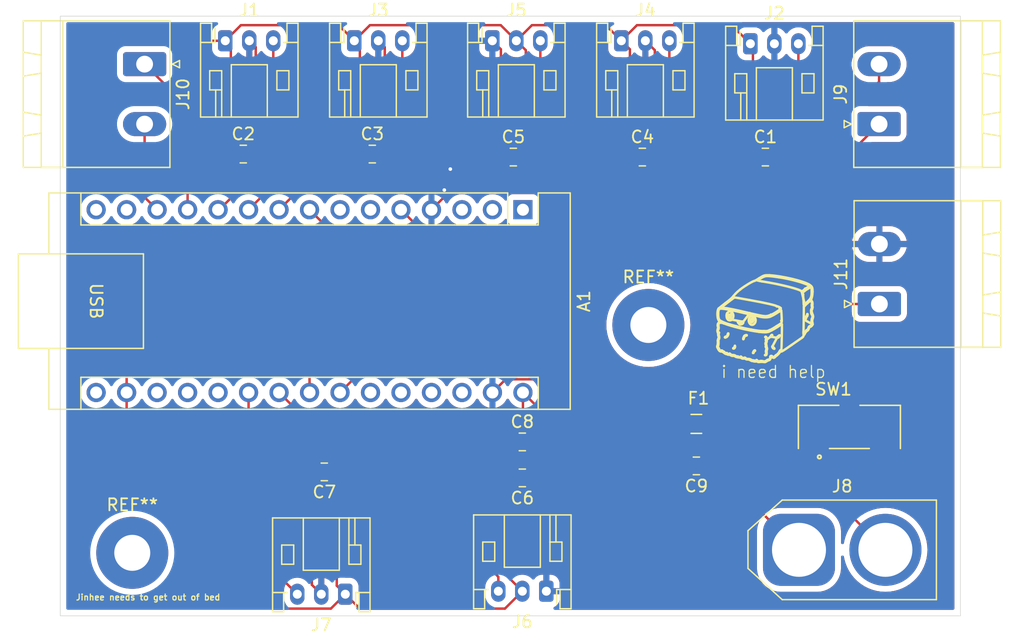
<source format=kicad_pcb>
(kicad_pcb (version 20240108) (generator "pcbnew") (generator_version "8.0")
  (layers (0 "F.Cu" signal) (31 "B.Cu" signal) (34 "B.Paste" user) (35 "F.Paste" user) (36 "B.SilkS" user "B.Silkscreen") (37 "F.SilkS" user "F.Silkscreen") (38 "B.Mask" user) (39 "F.Mask" user) (44 "Edge.Cuts" user))
  (net 0 "")
  (net 4 "GND")
  (net 6 "+3.3V")
  (net 9 "+12V")
  (net 10 "+5V")
  (net 11 "DS_Right")
  (net 13 "Right_MD1")
  (net 14 "DS_Left")
  (net 16 "DS_FrontRight")
  (net 17 "Line_Front")
  (net 20 "DS_FrontLeft")
  (net 21 "Left_MD1")
  (net 22 "Right_MD2")
  (net 24 "Start_Mod")
  (net 25 "Line_Back")
  (net 26 "Left_MD2")
  (net 30 "Net-(J8-Pin_1)")
  (net 31 "Net-(SW1-A)")
  (net 32 "Net-(J8-Pin_2)")
  (footprint "Capacitor_SMD:C_0805_2012Metric_Pad1.18x1.45mm_HandSolder" (layer "F.Cu") (at 186.5 98.75 180)
    (property "Reference" "C7")
    (property "Value" "0.1uF")
  )
  (footprint "Module:Arduino_Nano" (layer "F.Cu") (at 203.05 76.89 -90)
    (property "Reference" "A1")
    (property "Value" "Arduino_Nano_Every")
  )
  (footprint "Connector_JST:JST_PH_S3B-PH-K_1x03_P2.00mm_Horizontal" (layer "F.Cu") (at 211.25 62.8)
    (property "Reference" "J4")
    (property "Value" "DS_FrontRight")
  )
  (footprint "JS102011JCQN:SW_JS102011JCQN" (layer "F.Cu") (at 230.25 95)
    (property "Reference" "SW1")
    (property "Value" "SW_SPST")
  )
  (footprint "Capacitor_SMD:C_0805_2012Metric_Pad1.18x1.45mm_HandSolder" (layer "F.Cu") (at 203 96.25)
    (property "Reference" "C8")
    (property "Value" "0.1uF")
  )
  (footprint "Connector_JST:JST_PH_S3B-PH-K_1x03_P2.00mm_Horizontal" (layer "F.Cu") (at 178.25 62.8)
    (property "Reference" "J1")
    (property "Value" "DS_Left")
  )
  (footprint "Connector_AMASS:AMASS_XT60-F_1x02_P7.20mm_Vertical" (layer "F.Cu") (at 226.05 105.25)
    (property "Reference" "J8")
    (property "Value" "Conn_01x02")
  )
  (footprint "Capacitor_SMD:C_0805_2012Metric_Pad1.18x1.45mm_HandSolder" (layer "F.Cu") (at 217.5 98.25 180)
    (property "Reference" "C9")
    (property "Value" "0.1uF")
  )
  (footprint "Connector_Phoenix_MSTB:PhoenixContact_MSTBA_2,5_2-G_1x02_P5.00mm_Horizontal" (layer "F.Cu") (at 232.75 84.75 90)
    (property "Reference" "J11")
    (property "Value" "MD_Power")
  )
  (footprint "Connector_JST:JST_PH_S3B-PH-K_1x03_P2.00mm_Horizontal" (layer "F.Cu") (at 205 108.7 180)
    (property "Reference" "J6")
    (property "Value" "Line_Back")
  )
  (footprint "Connector_Phoenix_MSTB:PhoenixContact_MSTBA_2,5_2-G_1x02_P5.00mm_Horizontal" (layer "F.Cu") (at 171.5275 64.75 -90)
    (property "Reference" "J10")
    (property "Value" "Left_MD")
  )
  (footprint "Connector_JST:JST_PH_S3B-PH-K_1x03_P2.00mm_Horizontal" (layer "F.Cu") (at 200.5 62.8)
    (property "Reference" "J5")
    (property "Value" "Line_Front")
  )
  (footprint "MountingHole:MountingHole_3mm_Pad" (layer "F.Cu") (at 213.5 86.5)
    (property "Reference" "REF**")
    (property "Value" "MountingHole_3mm_Pad")
  )
  (footprint "Capacitor_SMD:C_0805_2012Metric_Pad1.18x1.45mm_HandSolder" (layer "F.Cu") (at 179.75 72.25)
    (property "Reference" "C2")
    (property "Value" "0.1uF")
  )
  (footprint "Connector_JST:JST_PH_S3B-PH-K_1x03_P2.00mm_Horizontal" (layer "F.Cu") (at 188.25 108.95 180)
    (property "Reference" "J7")
    (property "Value" "Start_Mod")
  )
  (footprint "MountingHole:MountingHole_3mm_Pad" (layer "F.Cu") (at 170.5 105.5)
    (property "Reference" "REF**")
    (property "Value" "MountingHole_3mm_Pad")
  )
  (footprint "Capacitor_SMD:C_0805_2012Metric_Pad1.18x1.45mm_HandSolder" (layer "F.Cu") (at 190.5 72.25)
    (property "Reference" "C3")
    (property "Value" "0.1uF")
  )
  (footprint "C1F 3.5:FUSC3215X83N" (layer "F.Cu") (at 217.5 94.75)
    (property "Reference" "F1")
    (property "Value" "Fuse")
  )
  (footprint "Capacitor_SMD:C_0805_2012Metric_Pad1.18x1.45mm_HandSolder" (layer "F.Cu") (at 202.25 72.5)
    (property "Reference" "C5")
    (property "Value" "0.1uF")
  )
  (footprint "Capacitor_SMD:C_0805_2012Metric_Pad1.18x1.45mm_HandSolder" (layer "F.Cu") (at 223.25 72.5)
    (property "Reference" "C1")
    (property "Value" "0.1uF")
  )
  (footprint "Connector_JST:JST_PH_S3B-PH-K_1x03_P2.00mm_Horizontal" (layer "F.Cu") (at 222 63.05)
    (property "Reference" "J2")
    (property "Value" "DS_Right")
  )
  (footprint "Connector_Phoenix_MSTB:PhoenixContact_MSTBA_2,5_2-G_1x02_P5.00mm_Horizontal" (layer "F.Cu") (at 232.7225 69.75 90)
    (property "Reference" "J9")
    (property "Value" "Right_MD")
  )
  (footprint "Capacitor_SMD:C_0805_2012Metric_Pad1.18x1.45mm_HandSolder" (layer "F.Cu") (at 213 72.5)
    (property "Reference" "C4")
    (property "Value" "0.1uF")
  )
  (footprint "Capacitor_SMD:C_0805_2012Metric_Pad1.18x1.45mm_HandSolder" (layer "F.Cu") (at 203 99.25 180)
    (property "Reference" "C6")
    (property "Value" "0.1uF")
  )
  (footprint "Connector_JST:JST_PH_S3B-PH-K_1x03_P2.00mm_Horizontal" (layer "F.Cu") (at 189 62.8)
    (property "Reference" "J3")
    (property "Value" "DS_FrontLeft")
  )
  (gr_curve (pts (xy 220.119044 88.963531) (xy 220.084194 88.945041) (xy 220.020824 88.924681) (xy 219.978221 88.918271)) (stroke (width 0.2)) (layer "F.SilkS"))
  (gr_curve (pts (xy 219.842652 88.851261) (xy 219.810692 88.820811) (xy 219.744282 88.773271) (xy 219.695057 88.745632)) (stroke (width 0.2)) (layer "F.SilkS"))
  (gr_curve (pts (xy 223.692524 89.247166) (xy 223.655444 89.38388) (xy 223.607924 89.435332) (xy 223.512412 89.4422)) (stroke (width 0.2)) (layer "F.SilkS"))
  (gr_curve (pts (xy 226.96537 86.593949) (xy 227.01356 86.601849) (xy 227.03339 86.590549) (xy 227.083318 86.526909)) (stroke (width 0.2)) (layer "F.SilkS"))
  (gr_curve (pts (xy 219.929406 87.480455) (xy 220.008216 87.480455) (xy 220.085109 87.397095) (xy 220.111526 87.283016)) (stroke (width 0.2)) (layer "F.SilkS"))
  (gr_curve (pts (xy 223.707539 87.431095) (xy 223.718819 87.431095) (xy 223.723269 87.421295) (xy 223.717439 87.409215)) (stroke (width 0.2)) (layer "F.SilkS"))
  (gr_curve (pts (xy 220.165866 87.258336) (xy 220.152166 87.3978) (xy 220.010068 87.56541) (xy 219.94738 87.516038)) (stroke (width 0.2)) (layer "F.SilkS"))
  (gr_curve (pts (xy 226.755987 86.962106) (xy 226.741547 86.962106) (xy 226.696567 87.000926) (xy 226.656027 87.048366)) (stroke (width 0.2)) (layer "F.SilkS"))
  (gr_curve (pts (xy 219.373921 87.196559) (xy 219.343701 87.277319) (xy 219.343721 87.288619) (xy 219.37421 87.370156)) (stroke (width 0.2)) (layer "F.SilkS"))
  (gr_curve (pts (xy 224.102466 89.118947) (xy 224.086916 89.146047) (xy 224.066856 89.156187) (xy 224.051376 89.144787)) (stroke (width 0.2)) (layer "F.SilkS"))
  (gr_curve (pts (xy 224.580968 86.147759) (xy 224.580968 86.113829) (xy 224.585368 86.099939) (xy 224.590768 86.116909)) (stroke (width 0.2)) (layer "F.SilkS"))
  (gr_curve (pts (xy 219.353331 86.72038) (xy 219.359831 86.81427) (xy 219.353418 86.847363) (xy 219.319681 86.893138)) (stroke (width 0.2)) (layer "F.SilkS"))
  (gr_curve (pts (xy 222.776781 85.806478) (xy 222.643633 85.775098) (xy 222.412681 85.721578) (xy 222.263555 85.68756)) (stroke (width 0.2)) (layer "F.SilkS"))
  (gr_line (start 219.449516 88.673188) (end 219.449516 88.673168) (stroke (width 0.2)) (layer "F.SilkS"))
  (gr_line (start 221.119154 86.442259) (end 221.119154 86.442261) (stroke (width 0.2)) (layer "F.SilkS"))
  (gr_curve (pts (xy 223.270511 88.985653) (xy 223.264011 88.972233) (xy 223.272711 88.961253) (xy 223.290011 88.961253)) (stroke (width 0.2)) (layer "F.SilkS"))
  (gr_curve (pts (xy 223.797389 87.379885) (xy 223.771569 87.392395) (xy 223.745719 87.425685) (xy 223.739939 87.453875)) (stroke (width 0.2)) (layer "F.SilkS"))
  (gr_curve (pts (xy 226.533978 83.652121) (xy 226.528678 83.660821) (xy 226.490978 83.690011) (xy 226.450248 83.717021)) (stroke (width 0.2)) (layer "F.SilkS"))
  (gr_curve (pts (xy 227.114988 85.160462) (xy 227.136368 85.204542) (xy 227.136508 84.964888) (xy 227.11518 84.913989)) (stroke (width 0.2)) (layer "F.SilkS"))
  (gr_curve (pts (xy 221.111206 89.217501) (xy 220.91745 89.209701) (xy 220.723866 89.154321) (xy 220.723866 89.106681)) (stroke (width 0.2)) (layer "F.SilkS"))
  (gr_curve (pts (xy 220.069833 88.862546) (xy 220.113273 88.914116) (xy 220.209768 88.927456) (xy 220.258014 88.888556)) (stroke (width 0.2)) (layer "F.SilkS"))
  (gr_line (start 221.401717 87.651948) (end 221.401722 87.651995) (stroke (width 0.2)) (layer "F.SilkS"))
  (gr_curve (pts (xy 220.432215 85.654162) (xy 220.452895 85.654162) (xy 220.475715 85.641992) (xy 220.482925 85.627112)) (stroke (width 0.2)) (layer "F.SilkS"))
  (gr_curve (pts (xy 226.565573 83.464349) (xy 226.575573 83.472249) (xy 226.653083 83.435079) (xy 226.737814 83.381779)) (stroke (width 0.2)) (layer "F.SilkS"))
  (gr_curve (pts (xy 221.595364 89.257056) (xy 221.595364 89.293126) (xy 221.702089 89.330406) (xy 221.798718 89.328086)) (stroke (width 0.2)) (layer "F.SilkS"))
  (gr_curve (pts (xy 222.195768 86.221798) (xy 222.217078 86.194648) (xy 222.234498 86.150228) (xy 222.234498 86.123078)) (stroke (width 0.2)) (layer "F.SilkS"))
  (gr_curve (pts (xy 220.450107 86.055648) (xy 220.373087 86.128328) (xy 220.244563 86.135958) (xy 220.162231 86.072728)) (stroke (width 0.2)) (layer "F.SilkS"))
  (gr_line (start 222.263555 85.68756) (end 221.953689 85.518867) (stroke (width 0.2)) (layer "F.SilkS"))
  (gr_curve (pts (xy 222.319728 89.467756) (xy 222.390518 89.505446) (xy 222.43441 89.496966) (xy 222.491395 89.434566)) (stroke (width 0.2)) (layer "F.SilkS"))
  (gr_curve (pts (xy 227.057938 85.29767) (xy 227.058419 85.193761) (xy 227.091998 85.113065) (xy 227.114988 85.160462)) (stroke (width 0.2)) (layer "F.SilkS"))
  (gr_curve (pts (xy 220.258014 88.888556) (xy 220.277984 88.872446) (xy 220.304954 88.887156) (xy 220.351934 88.939706)) (stroke (width 0.2)) (layer "F.SilkS"))
  (gr_curve (pts (xy 223.312831 88.842793) (xy 223.282361 88.763183) (xy 223.284241 88.632049) (xy 223.316531 88.582422)) (stroke (width 0.2)) (layer "F.SilkS"))
  (gr_curve (pts (xy 223.153683 82.458201) (xy 223.04695 82.492511) (xy 222.584257 82.763001) (xy 222.583474 82.791548)) (stroke (width 0.2)) (layer "F.SilkS"))
  (gr_curve (pts (xy 221.401722 87.651995) (xy 221.401722 87.584295) (xy 221.454962 87.456691) (xy 221.5058 87.402546)) (stroke (width 0.2)) (layer "F.SilkS"))
  (gr_line (start 222.132288 85.974999) (end 222.263555 85.68756) (stroke (width 0.2)) (layer "F.SilkS"))
  (gr_curve (pts (xy 221.159604 83.534401) (xy 221.531386 83.238893) (xy 222.242326 82.815891) (xy 222.367204 82.815891)) (stroke (width 0.2)) (layer "F.SilkS"))
  (gr_curve (pts (xy 220.495997 85.474834) (xy 220.632405 85.657041) (xy 220.61306 85.901865) (xy 220.450107 86.055648)) (stroke (width 0.2)) (layer "F.SilkS"))
  (gr_curve (pts (xy 220.111526 87.283016) (xy 220.138226 87.167701) (xy 220.176466 87.150334) (xy 220.165866 87.258336)) (stroke (width 0.2)) (layer "F.SilkS"))
  (gr_curve (pts (xy 226.735367 85.763938) (xy 226.715947 85.799278) (xy 226.708147 85.802948) (xy 226.707837 85.776888)) (stroke (width 0.2)) (layer "F.SilkS"))
  (gr_curve (pts (xy 222.822725 89.509186) (xy 222.836035 89.481736) (xy 223.011679 89.496186) (xy 223.108111 89.532666)) (stroke (width 0.2)) (layer "F.SilkS"))
  (gr_curve (pts (xy 220.527266 89.007426) (xy 220.648954 89.000726) (xy 220.711858 89.020536) (xy 220.777989 89.086326)) (stroke (width 0.2)) (layer "F.SilkS"))
  (gr_curve (pts (xy 223.252281 88.995353) (xy 223.269521 89.003753) (xy 223.277291 88.999653) (xy 223.270511 88.985653)) (stroke (width 0.2)) (layer "F.SilkS"))
  (gr_curve (pts (xy 219.3208 87.661719) (xy 219.36851 87.571219) (xy 219.37416 87.483384) (xy 219.33692 87.410969)) (stroke (width 0.2)) (layer "F.SilkS"))
  (gr_curve (pts (xy 222.224491 88.837176) (xy 222.208251 88.803696) (xy 222.280841 88.651002) (xy 222.309231 88.658926)) (stroke (width 0.2)) (layer "F.SilkS"))
  (gr_curve (pts (xy 222.462722 89.53445) (xy 222.420022 89.55342) (xy 222.377532 89.55337) (xy 222.313886 89.534291)) (stroke (width 0.2)) (layer "F.SilkS"))
  (gr_curve (pts (xy 226.990859 83.372829) (xy 226.932819 83.388429) (xy 226.553495 83.620314) (xy 226.533978 83.652121)) (stroke (width 0.2)) (layer "F.SilkS"))
  (gr_curve (pts (xy 223.293721 87.781743) (xy 223.280271 87.759893) (xy 223.281151 87.740853) (xy 223.296521 87.721283)) (stroke (width 0.2)) (layer "F.SilkS"))
  (gr_curve (pts (xy 219.607527 88.625996) (xy 219.623357 88.618296) (xy 219.654407 88.634996) (xy 219.676537 88.663196)) (stroke (width 0.2)) (layer "F.SilkS"))
  (gr_line (start 226.354788 83.888853) (end 226.273634 83.7067) (stroke (width 0.2)) (layer "F.SilkS"))
  (gr_curve (pts (xy 224.565725 85.285772) (xy 224.561525 85.279972) (xy 224.495055 85.317072) (xy 224.41794 85.368202)) (stroke (width 0.2)) (layer "F.SilkS"))
  (gr_curve (pts (xy 226.461393 84.580586) (xy 226.461585 84.526296) (xy 226.465593 84.506986) (xy 226.470193 84.537686)) (stroke (width 0.2)) (layer "F.SilkS"))
  (gr_curve (pts (xy 224.590768 86.116909) (xy 224.596168 86.133879) (xy 224.596168 86.161639) (xy 224.590768 86.178609)) (stroke (width 0.2)) (layer "F.SilkS"))
  (gr_curve (pts (xy 221.668016 87.375916) (xy 221.638726 87.369316) (xy 221.614756 87.373416) (xy 221.614756 87.385116)) (stroke (width 0.2)) (layer "F.SilkS"))
  (gr_curve (pts (xy 224.615825 86.117375) (xy 224.616681 85.922684) (xy 224.579435 85.304854) (xy 224.565725 85.285772)) (stroke (width 0.2)) (layer "F.SilkS"))
  (gr_curve (pts (xy 226.877385 83.119278) (xy 227.147278 83.279204) (xy 227.182625 83.350633) (xy 227.179138 83.729044)) (stroke (width 0.2)) (layer "F.SilkS"))
  (gr_curve (pts (xy 222.552625 89.444166) (xy 222.567495 89.470066) (xy 222.576755 89.497236) (xy 222.573215 89.504526)) (stroke (width 0.2)) (layer "F.SilkS"))
  (gr_curve (pts (xy 224.417591 85.244724) (xy 224.546737 85.156694) (xy 224.555537 85.145694) (xy 224.532378 85.101249)) (stroke (width 0.2)) (layer "F.SilkS"))
  (gr_curve (pts (xy 223.648296 85.805889) (xy 223.445667 85.885269) (xy 223.11208 85.885489) (xy 222.776781 85.806478)) (stroke (width 0.2)) (layer "F.SilkS"))
  (gr_curve (pts (xy 226.811256 84.510056) (xy 227.054542 84.278873) (xy 227.104005 84.142737) (xy 227.104821 83.702073)) (stroke (width 0.2)) (layer "F.SilkS"))
  (gr_curve (pts (xy 226.630575 87.023701) (xy 226.641265 87.032101) (xy 226.644965 87.022951) (xy 226.638975 87.002971)) (stroke (width 0.2)) (layer "F.SilkS"))
  (gr_curve (pts (xy 223.316031 88.921873) (xy 223.345061 88.944733) (xy 223.344261 88.924773) (xy 223.312831 88.842793)) (stroke (width 0.2)) (layer "F.SilkS"))
  (gr_curve (pts (xy 227.193358 85.947884) (xy 227.148718 86.059384) (xy 227.139738 86.205583) (xy 227.171348 86.306204)) (stroke (width 0.2)) (layer "F.SilkS"))
  (gr_curve (pts (xy 224.202726 88.996006) (xy 224.218766 89.003806) (xy 224.226086 88.999306) (xy 224.219436 88.985566)) (stroke (width 0.2)) (layer "F.SilkS"))
  (gr_curve (pts (xy 219.3028 86.395662) (xy 219.32203 86.346552) (xy 219.36271 86.299022) (xy 219.407272 86.273594)) (stroke (width 0.2)) (layer "F.SilkS"))
  (gr_curve (pts (xy 226.656027 87.048366) (xy 226.615487 87.095806) (xy 226.575787 87.134686) (xy 226.567797 87.134746)) (stroke (width 0.2)) (layer "F.SilkS"))
  (gr_curve (pts (xy 222.737962 89.5901) (xy 222.689752 89.601) (xy 222.648842 89.5913) (xy 222.596293 89.5566)) (stroke (width 0.2)) (layer "F.SilkS"))
  (gr_curve (pts (xy 223.386151 89.458036) (xy 223.361591 89.426736) (xy 223.424631 89.385616) (xy 223.480011 89.396806)) (stroke (width 0.2)) (layer "F.SilkS"))
  (gr_curve (pts (xy 226.449708 84.822815) (xy 226.459938 84.835845) (xy 226.693086 84.644137) (xy 226.727653 84.594268)) (stroke (width 0.2)) (layer "F.SilkS"))
  (gr_line (start 220.482935 85.62711) (end 220.482925 85.627112) (stroke (width 0.2)) (layer "F.SilkS"))
  (gr_curve (pts (xy 220.584316 89.062691) (xy 220.526276 89.102281) (xy 220.410252 89.075311) (xy 220.326459 89.002751)) (stroke (width 0.2)) (layer "F.SilkS"))
  (gr_curve (pts (xy 224.528346 88.590976) (xy 224.554346 88.590976) (xy 224.579956 88.582076) (xy 224.585246 88.571126)) (stroke (width 0.2)) (layer "F.SilkS"))
  (gr_curve (pts (xy 221.257848 89.170636) (xy 221.314268 89.248216) (xy 221.391559 89.271999) (xy 221.469904 89.235896)) (stroke (width 0.2)) (layer "F.SilkS"))
  (gr_curve (pts (xy 221.271604 89.267631) (xy 221.237824 89.238891) (xy 221.177994 89.220191) (xy 221.111206 89.217501)) (stroke (width 0.2)) (layer "F.SilkS"))
  (gr_curve (pts (xy 227.099958 85.357703) (xy 227.102858 85.412073) (xy 227.111818 85.456583) (xy 227.119808 85.456603)) (stroke (width 0.2)) (layer "F.SilkS"))
  (gr_curve (pts (xy 219.27835 88.421015) (xy 219.22924 88.357865) (xy 219.22229 88.315991) (xy 219.25 88.25)) (stroke (width 0.2)) (layer "F.SilkS"))
  (gr_curve (pts (xy 226.392608 83.963583) (xy 226.391859 84.017883) (xy 226.401508 84.162255) (xy 226.414048 84.28442)) (stroke (width 0.2)) (layer "F.SilkS"))
  (gr_curve (pts (xy 219.344231 86.380412) (xy 219.333501 86.366742) (xy 219.336431 86.477632) (xy 219.353331 86.72038)) (stroke (width 0.2)) (layer "F.SilkS"))
  (gr_curve (pts (xy 224.003288 88.47598) (xy 223.984218 88.50028) (xy 223.973858 88.49683) (xy 223.904908 88.44326)) (stroke (width 0.2)) (layer "F.SilkS"))
  (gr_curve (pts (xy 219.449676 88.609458) (xy 219.463436 88.623868) (xy 219.495806 88.639508) (xy 219.521606 88.644198)) (stroke (width 0.2)) (layer "F.SilkS"))
  (gr_curve (pts (xy 219.762827 88.714466) (xy 219.788157 88.714466) (xy 219.820987 88.737696) (xy 219.835777 88.766086)) (stroke (width 0.2)) (layer "F.SilkS"))
  (gr_curve (pts (xy 221.698516 87.357066) (xy 221.716486 87.381436) (xy 221.710076 87.385406) (xy 221.668016 87.375916)) (stroke (width 0.2)) (layer "F.SilkS"))
  (gr_curve (pts (xy 222.723537 82.609581) (xy 223.117419 82.354638) (xy 223.190236 82.333493) (xy 223.600069 82.355043)) (stroke (width 0.2)) (layer "F.SilkS"))
  (gr_curve (pts (xy 222.331331 88.640416) (xy 222.331331 88.626846) (xy 222.348761 88.615736) (xy 222.370071 88.615736)) (stroke (width 0.2)) (layer "F.SilkS"))
  (gr_curve (pts (xy 220.777989 89.086326) (xy 220.809179 89.117356) (xy 220.841909 89.126536) (xy 220.887685 89.117066)) (stroke (width 0.2)) (layer "F.SilkS"))
  (gr_curve (pts (xy 226.737814 83.381779) (xy 226.822544 83.328489) (xy 226.902337 83.284889) (xy 226.915141 83.284889)) (stroke (width 0.2)) (layer "F.SilkS"))
  (gr_curve (pts (xy 224.532378 85.101249) (xy 224.501628 85.042239) (xy 224.275378 84.930877) (xy 224.215747 84.945403)) (stroke (width 0.2)) (layer "F.SilkS"))
  (gr_line (start 219.407272 86.273594) (end 219.480262 86.231954) (stroke (width 0.2)) (layer "F.SilkS"))
  (gr_curve (pts (xy 226.575775 85.881695) (xy 226.542555 85.867585) (xy 226.548575 85.826925) (xy 226.583875 85.826925)) (stroke (width 0.2)) (layer "F.SilkS"))
  (gr_curve (pts (xy 226.974765 84.502992) (xy 226.935535 84.515772) (xy 226.683923 84.741127) (xy 226.519625 84.910636)) (stroke (width 0.2)) (layer "F.SilkS"))
  (gr_curve (pts (xy 219.297241 87.029969) (xy 219.311751 87.090299) (xy 219.327651 87.110179) (xy 219.361391 87.110179)) (stroke (width 0.2)) (layer "F.SilkS"))
  (gr_curve (pts (xy 223.24601 89.517986) (xy 223.28341 89.495366) (xy 223.33219 89.475126) (xy 223.354421 89.472986)) (stroke (width 0.2)) (layer "F.SilkS"))
  (gr_curve (pts (xy 223.290011 88.961253) (xy 223.308771 88.961253) (xy 223.315801 88.949813) (xy 223.307531 88.932763)) (stroke (width 0.2)) (layer "F.SilkS"))
  (gr_curve (pts (xy 219.319681 86.893138) (xy 219.284111 86.941398) (xy 219.280791 86.961608) (xy 219.297241 87.029969)) (stroke (width 0.2)) (layer "F.SilkS"))
  (gr_curve (pts (xy 223.418572 89.47239) (xy 223.400792 89.50714) (xy 223.317605 89.55997) (xy 223.305321 89.54431)) (stroke (width 0.2)) (layer "F.SilkS"))
  (gr_curve (pts (xy 219.94738 87.516038) (xy 219.93238 87.504228) (xy 219.92886 87.507838) (xy 219.93768 87.526038)) (stroke (width 0.2)) (layer "F.SilkS"))
  (gr_curve (pts (xy 226.470193 84.537686) (xy 226.474893 84.568386) (xy 226.474593 84.612806) (xy 226.469809 84.636406)) (stroke (width 0.2)) (layer "F.SilkS"))
  (gr_curve (pts (xy 223.27004 87.480473) (xy 223.35896 87.480473) (xy 223.39543 87.66922) (xy 223.32154 87.746996)) (stroke (width 0.2)) (layer "F.SilkS"))
  (gr_curve (pts (xy 222.234498 86.123078) (xy 222.234498 86.067898) (xy 222.170378 85.974999) (xy 222.132288 85.974999)) (stroke (width 0.2)) (layer "F.SilkS"))
  (gr_curve (pts (xy 222.313886 89.534291) (xy 222.264896 89.519601) (xy 222.196272 89.507561) (xy 222.161388 89.507531)) (stroke (width 0.2)) (layer "F.SilkS"))
  (gr_curve (pts (xy 223.822597 86.82697) (xy 223.849227 86.80977) (xy 224.009583 86.709376) (xy 224.178945 86.603875)) (stroke (width 0.2)) (layer "F.SilkS"))
  (gr_curve (pts (xy 219.39487 88.5231) (xy 219.41086 88.60839) (xy 219.35841 88.61972) (xy 219.33776 88.53544)) (stroke (width 0.2)) (layer "F.SilkS"))
  (gr_curve (pts (xy 226.447205 85.937959) (xy 226.441905 86.46734) (xy 226.432035 86.986542) (xy 226.425215 87.09174)) (stroke (width 0.2)) (layer "F.SilkS"))
  (gr_curve (pts (xy 223.33854 87.953446) (xy 223.29745 88.068839) (xy 223.28768 88.159115) (xy 223.31895 88.134486)) (stroke (width 0.2)) (layer "F.SilkS"))
  (gr_curve (pts (xy 221.06464 86.258816) (xy 221.10388 86.292746) (xy 221.15356 86.320516) (xy 221.175033 86.320516)) (stroke (width 0.2)) (layer "F.SilkS"))
  (gr_curve (pts (xy 226.521905 87.123641) (xy 226.514705 87.099641) (xy 226.527805 87.082311) (xy 226.561245 87.071611)) (stroke (width 0.2)) (layer "F.SilkS"))
  (gr_curve (pts (xy 226.533935 86.036719) (xy 226.578035 86.018879) (xy 226.611015 85.896667) (xy 226.575775 85.881695)) (stroke (width 0.2)) (layer "F.SilkS"))
  (gr_curve (pts (xy 227.11518 84.913989) (xy 227.10161 84.881679) (xy 227.1023 84.848259) (xy 227.11738 84.805986)) (stroke (width 0.2)) (layer "F.SilkS"))
  (gr_curve (pts (xy 223.36518 88.604221) (xy 223.34362 88.646151) (xy 223.33795 88.689901) (xy 223.34691 88.745262)) (stroke (width 0.2)) (layer "F.SilkS"))
  (gr_curve (pts (xy 226.611425 87.032101) (xy 226.611425 87.019201) (xy 226.620025 87.015431) (xy 226.630575 87.023701)) (stroke (width 0.2)) (layer "F.SilkS"))
  (gr_line (start 219.480262 86.231954) (end 219.425872 86.192174) (stroke (width 0.2)) (layer "F.SilkS"))
  (gr_curve (pts (xy 219.32056 88.402037) (xy 219.34879 88.388227) (xy 219.37873 88.436997) (xy 219.39487 88.5231)) (stroke (width 0.2)) (layer "F.SilkS"))
  (gr_curve (pts (xy 226.316537 87.550081) (xy 226.270987 87.581631) (xy 225.874353 87.857737) (xy 225.435133 88.163652)) (stroke (width 0.2)) (layer "F.SilkS"))
  (gr_line (start 223.593933 86.934899) (end 223.593932 86.934924) (stroke (width 0.2)) (layer "F.SilkS"))
  (gr_curve (pts (xy 224.443079 87.361534) (xy 224.489899 87.370634) (xy 224.489629 87.371594) (xy 224.427819 87.413934)) (stroke (width 0.2)) (layer "F.SilkS"))
  (gr_curve (pts (xy 223.589798 89.351816) (xy 223.616228 89.320206) (xy 223.643678 89.296756) (xy 223.650808 89.299696)) (stroke (width 0.2)) (layer "F.SilkS"))
  (gr_curve (pts (xy 221.177188 89.146176) (xy 221.210388 89.114156) (xy 221.218578 89.116646) (xy 221.257848 89.170636)) (stroke (width 0.2)) (layer "F.SilkS"))
  (gr_curve (pts (xy 226.876999 86.747144) (xy 226.886599 86.811274) (xy 226.801709 86.962106) (xy 226.755987 86.962106)) (stroke (width 0.2)) (layer "F.SilkS"))
  (gr_curve (pts (xy 223.946946 89.232627) (xy 223.864406 89.232627) (xy 223.77952 89.183667) (xy 223.791734 89.143117)) (stroke (width 0.2)) (layer "F.SilkS"))
  (gr_line (start 226.273634 83.7067) (end 226.470193 84.537686) (stroke (width 0.2)) (layer "F.SilkS"))
  (gr_curve (pts (xy 220.278433 86.454713) (xy 220.347673 86.472773) (xy 220.591694 86.537833) (xy 220.82071 86.599287)) (stroke (width 0.2)) (layer "F.SilkS"))
  (gr_curve (pts (xy 221.277557 86.258816) (xy 221.350937 86.187496) (xy 221.368897 86.183726) (xy 221.40095 86.232956)) (stroke (width 0.2)) (layer "F.SilkS"))
  (gr_curve (pts (xy 227.170938 84.779322) (xy 227.162138 84.839102) (xy 227.163538 84.920538) (xy 227.173938 84.967127)) (stroke (width 0.2)) (layer "F.SilkS"))
  (gr_curve (pts (xy 222.053508 86.226024) (xy 222.095268 86.284834) (xy 222.147518 86.283274) (xy 222.195758 86.221824)) (stroke (width 0.2)) (layer "F.SilkS"))
  (gr_curve (pts (xy 227.182508 85.633042) (xy 227.240768 85.762913) (xy 227.242888 85.824193) (xy 227.193358 85.947884)) (stroke (width 0.2)) (layer "F.SilkS"))
  (gr_curve (pts (xy 219.419144 86.082596) (xy 219.485124 86.166676) (xy 219.956136 86.370645) (xy 220.278433 86.454713)) (stroke (width 0.2)) (layer "F.SilkS"))
  (gr_curve (pts (xy 227.182108 86.447446) (xy 227.167758 86.530686) (xy 227.070286 86.641264) (xy 227.011252 86.641264)) (stroke (width 0.2)) (layer "F.SilkS"))
  (gr_curve (pts (xy 224.215747 84.945403) (xy 224.191897 84.951203) (xy 224.176187 84.948103) (xy 224.180847 84.938503)) (stroke (width 0.2)) (layer "F.SilkS"))
  (gr_curve (pts (xy 223.32154 87.746996) (xy 223.30414 87.765306) (xy 223.30037 87.773606) (xy 223.31314 87.765426)) (stroke (width 0.2)) (layer "F.SilkS"))
  (gr_curve (pts (xy 226.915141 83.284889) (xy 226.983741 83.284889) (xy 226.943361 83.235039) (xy 226.828741 83.178206)) (stroke (width 0.2)) (layer "F.SilkS"))
  (gr_curve (pts (xy 223.791734 89.143117) (xy 223.798534 89.120437) (xy 223.789734 89.117127) (xy 223.759944 89.131197)) (stroke (width 0.2)) (layer "F.SilkS"))
  (gr_curve (pts (xy 219.978221 88.918271) (xy 219.935611 88.911871) (xy 219.874608 88.881711) (xy 219.842652 88.851261)) (stroke (width 0.2)) (layer "F.SilkS"))
  (gr_line (start 226.727653 84.594268) (end 226.727646 84.594276) (stroke (width 0.2)) (layer "F.SilkS"))
  (gr_curve (pts (xy 220.887685 89.117066) (xy 220.930925 89.108166) (xy 220.967995 89.11703) (xy 220.997631 89.143476)) (stroke (width 0.2)) (layer "F.SilkS"))
  (gr_curve (pts (xy 223.138807 87.008224) (xy 223.398346 87.011424) (xy 223.423744 87.007314) (xy 223.593932 86.934924)) (stroke (width 0.2)) (layer "F.SilkS"))
  (gr_curve (pts (xy 223.653808 89.210536) (xy 223.644508 89.121846) (xy 223.647708 89.114316) (xy 223.706448 89.088221)) (stroke (width 0.2)) (layer "F.SilkS"))
  (gr_curve (pts (xy 223.593933 86.934899) (xy 223.693073 86.892739) (xy 223.795967 86.844169) (xy 223.822597 86.82697)) (stroke (width 0.2)) (layer "F.SilkS"))
  (gr_curve (pts (xy 220.332224 85.862538) (xy 220.378694 85.821058) (xy 220.387114 85.753171) (xy 220.355224 85.677216)) (stroke (width 0.2)) (layer "F.SilkS"))
  (gr_line (start 227.083318 86.526909) (end 227.182108 86.447446) (stroke (width 0.2)) (layer "F.SilkS"))
  (gr_curve (pts (xy 221.607698 89.333871) (xy 221.563368 89.296631) (xy 221.529458 89.289901) (xy 221.438856 89.300371)) (stroke (width 0.2)) (layer "F.SilkS"))
  (gr_curve (pts (xy 226.436988 84.656675) (xy 226.437076 84.739245) (xy 226.442788 84.814012) (xy 226.449708 84.822815)) (stroke (width 0.2)) (layer "F.SilkS"))
  (gr_curve (pts (xy 224.317946 88.928927) (xy 224.306596 88.924127) (xy 224.288536 88.942347) (xy 224.277796 88.969447)) (stroke (width 0.2)) (layer "F.SilkS"))
  (gr_curve (pts (xy 223.687029 87.468115) (xy 223.687029 87.447755) (xy 223.696229 87.431095) (xy 223.707539 87.431095)) (stroke (width 0.2)) (layer "F.SilkS"))
  (gr_curve (pts (xy 226.877962 86.701244) (xy 226.872662 86.694444) (xy 226.872262 86.715124) (xy 226.876999 86.747144)) (stroke (width 0.2)) (layer "F.SilkS"))
  (gr_curve (pts (xy 222.281381 88.777031) (xy 222.251341 88.868651) (xy 222.243681 88.876751) (xy 222.224491 88.837171)) (stroke (width 0.2)) (layer "F.SilkS"))
  (gr_curve (pts (xy 223.31314 87.765426) (xy 223.32592 87.757226) (xy 223.34543 87.772126) (xy 223.35651 87.798506)) (stroke (width 0.2)) (layer "F.SilkS"))
  (gr_line (start 224.217869 87.569924) (end 223.847318 88.27022) (stroke (width 0.2)) (layer "F.SilkS"))
  (gr_line (start 222.596293 89.5566) (end 222.596369 89.55673) (stroke (width 0.2)) (layer "F.SilkS"))
  (gr_curve (pts (xy 222.367323 85.863719) (xy 222.509613 86.070235) (xy 222.442793 86.377361) (xy 222.236457 86.465239)) (stroke (width 0.2)) (layer "F.SilkS"))
  (gr_curve (pts (xy 220.718991 88.30256) (xy 220.726991 88.37503) (xy 220.693181 88.452215) (xy 220.663591 88.428908)) (stroke (width 0.2)) (layer "F.SilkS"))
  (gr_curve (pts (xy 220.663591 88.428908) (xy 220.654191 88.421508) (xy 220.646421 88.427108) (xy 220.646421 88.441518)) (stroke (width 0.2)) (layer "F.SilkS"))
  (gr_curve (pts (xy 226.354788 83.888853) (xy 226.364388 83.952443) (xy 226.367708 83.955723) (xy 226.379888 83.913533)) (stroke (width 0.2)) (layer "F.SilkS"))
  (gr_line (start 222.367323 85.863719) (end 222.281115 85.900957) (stroke (width 0.2)) (layer "F.SilkS"))
  (gr_curve (pts (xy 224.452022 85.061838) (xy 224.468002 85.061838) (xy 224.481072 85.066138) (xy 224.481072 85.071538)) (stroke (width 0.2)) (layer "F.SilkS"))
  (gr_curve (pts (xy 223.108111 89.532666) (xy 223.164531 89.554006) (xy 223.191121 89.551176) (xy 223.24601 89.517986)) (stroke (width 0.2)) (layer "F.SilkS"))
  (gr_line (start 220.162231 86.072729) (end 220.162231 86.072728) (stroke (width 0.2)) (layer "F.SilkS"))
  (gr_curve (pts (xy 226.727646 84.594276) (xy 226.732946 84.586576) (xy 226.770596 84.548696) (xy 226.811256 84.510056)) (stroke (width 0.2)) (layer "F.SilkS"))
  (gr_curve (pts (xy 224.180847 84.938503) (xy 224.210847 84.876633) (xy 223.29227 84.666172) (xy 221.914955 84.419353)) (stroke (width 0.2)) (layer "F.SilkS"))
  (gr_curve (pts (xy 223.316531 88.582422) (xy 223.359551 88.516362) (xy 223.356181 88.448106) (xy 223.306511 88.379816)) (stroke (width 0.2)) (layer "F.SilkS"))
  (gr_curve (pts (xy 227.165538 85.090887) (xy 227.172238 85.104597) (xy 227.158938 85.147987) (xy 227.136128 85.187327)) (stroke (width 0.2)) (layer "F.SilkS"))
  (gr_curve (pts (xy 223.35651 87.798506) (xy 223.37174 87.834776) (xy 223.36737 87.872496) (xy 223.33854 87.953446)) (stroke (width 0.2)) (layer "F.SilkS"))
  (gr_curve (pts (xy 220.686276 89.084641) (xy 220.665596 89.084641) (xy 220.643286 89.073501) (xy 220.636676 89.059891)) (stroke (width 0.2)) (layer "F.SilkS"))
  (gr_curve (pts (xy 219.281988 85.889513) (xy 219.224118 85.606084) (xy 219.259368 85.222033) (xy 219.351988 85.127026)) (stroke (width 0.2)) (layer "F.SilkS"))
  (gr_curve (pts (xy 222.955944 82.862078) (xy 224.508803 83.103398) (xy 226.18842 83.530997) (xy 226.273634 83.7067)) (stroke (width 0.2)) (layer "F.SilkS"))
  (gr_curve (pts (xy 226.638975 87.002971) (xy 226.627075 86.963471) (xy 226.658415 86.930381) (xy 226.717985 86.919521)) (stroke (width 0.2)) (layer "F.SilkS"))
  (gr_curve (pts (xy 220.646421 88.441518) (xy 220.646421 88.455898) (xy 220.628991 88.467648) (xy 220.607691 88.467648)) (stroke (width 0.2)) (layer "F.SilkS"))
  (gr_curve (pts (xy 226.488377 87.301085) (xy 226.452677 87.341025) (xy 226.418047 87.400485) (xy 226.411417 87.433211)) (stroke (width 0.2)) (layer "F.SilkS"))
  (gr_curve (pts (xy 221.488875 85.505632) (xy 220.233777 85.206354) (xy 219.550722 85.089476) (xy 219.438292 85.154755)) (stroke (width 0.2)) (layer "F.SilkS"))
  (gr_curve (pts (xy 222.596369 89.55673) (xy 222.535509 89.51651) (xy 222.511949 89.51258) (xy 222.462722 89.53445)) (stroke (width 0.2)) (layer "F.SilkS"))
  (gr_curve (pts (xy 223.512412 89.4422) (xy 223.467652 89.4454) (xy 223.425422 89.459) (xy 223.418572 89.47239)) (stroke (width 0.2)) (layer "F.SilkS"))
  (gr_curve (pts (xy 223.270521 87.539963) (xy 223.208151 87.520013) (xy 223.207821 87.480473) (xy 223.27004 87.480473)) (stroke (width 0.2)) (layer "F.SilkS"))
  (gr_line (start 226.479455 87.221309) (end 226.479395 87.221331) (stroke (width 0.2)) (layer "F.SilkS"))
  (gr_curve (pts (xy 226.567797 87.134746) (xy 226.559797 87.134811) (xy 226.553277 87.155926) (xy 226.553277 87.181666)) (stroke (width 0.2)) (layer "F.SilkS"))
  (gr_line (start 220.686601 88.31356) (end 220.711291 88.2332) (stroke (width 0.2)) (layer "F.SilkS"))
  (gr_curve (pts (xy 223.759944 89.131197) (xy 223.735924 89.142517) (xy 223.707784 89.190937) (xy 223.692524 89.247166)) (stroke (width 0.2)) (layer "F.SilkS"))
  (gr_curve (pts (xy 222.132288 85.974999) (xy 222.039508 85.974999) (xy 221.989166 86.135416) (xy 222.053508 86.226024)) (stroke (width 0.2)) (layer "F.SilkS"))
  (gr_curve (pts (xy 224.534566 86.476791) (xy 224.216942 86.707938) (xy 223.761054 86.974307) (xy 223.539678 87.058091)) (stroke (width 0.2)) (layer "F.SilkS"))
  (gr_curve (pts (xy 227.083318 86.526909) (xy 227.140588 86.453929) (xy 227.150558 86.337449) (xy 227.105948 86.262412)) (stroke (width 0.2)) (layer "F.SilkS"))
  (gr_curve (pts (xy 224.051376 89.144787) (xy 224.037356 89.134467) (xy 224.032336 89.135087) (xy 224.040236 89.146187)) (stroke (width 0.2)) (layer "F.SilkS"))
  (gr_curve (pts (xy 223.650808 89.299696) (xy 223.657908 89.302596) (xy 223.659308 89.262516) (xy 223.653808 89.210536)) (stroke (width 0.2)) (layer "F.SilkS"))
  (gr_curve (pts (xy 226.727637 85.629328) (xy 226.727637 85.597518) (xy 226.737437 85.580258) (xy 226.751847 85.586538)) (stroke (width 0.2)) (layer "F.SilkS"))
  (gr_curve (pts (xy 219.695057 88.745632) (xy 219.595287 88.689602) (xy 219.564236 88.647162) (xy 219.607527 88.625996)) (stroke (width 0.2)) (layer "F.SilkS"))
  (gr_curve (pts (xy 220.723866 89.106681) (xy 220.723866 89.094561) (xy 220.706956 89.084641) (xy 220.686276 89.084641)) (stroke (width 0.2)) (layer "F.SilkS"))
  (gr_curve (pts (xy 223.273231 88.125002) (xy 223.231181 88.080522) (xy 223.275131 87.877887) (xy 223.319331 87.912664)) (stroke (width 0.2)) (layer "F.SilkS"))
  (gr_curve (pts (xy 225.435133 88.163652) (xy 224.730851 88.654183) (xy 224.628282 88.718633) (xy 224.566524 88.709445)) (stroke (width 0.2)) (layer "F.SilkS"))
  (gr_curve (pts (xy 221.438856 89.300371) (xy 221.348656 89.310791) (xy 221.314469 89.304171) (xy 221.271604 89.267631)) (stroke (width 0.2)) (layer "F.SilkS"))
  (gr_curve (pts (xy 226.561245 87.071611) (xy 226.588845 87.062811) (xy 226.611425 87.045001) (xy 226.611425 87.032101)) (stroke (width 0.2)) (layer "F.SilkS"))
  (gr_curve (pts (xy 223.36798 88.379828) (xy 223.40514 88.442438) (xy 223.40406 88.528569) (xy 223.36518 88.604221)) (stroke (width 0.2)) (layer "F.SilkS"))
  (gr_curve (pts (xy 219.751444 85.070215) (xy 220.128651 85.101715) (xy 220.685141 85.215087) (xy 221.953689 85.518867)) (stroke (width 0.2)) (layer "F.SilkS"))
  (gr_line (start 219.88518 87.538748) (end 219.885166 87.538715) (stroke (width 0.2)) (layer "F.SilkS"))
  (gr_curve (pts (xy 219.405116 88.608158) (xy 219.418236 88.591438) (xy 219.432846 88.591868) (xy 219.449676 88.609458)) (stroke (width 0.2)) (layer "F.SilkS"))
  (gr_line (start 223.904908 88.44325) (end 223.904908 88.44326) (stroke (width 0.2)) (layer "F.SilkS"))
  (gr_curve (pts (xy 223.841968 88.37132) (xy 223.841968 88.35866) (xy 223.836668 88.33073) (xy 223.830208 88.30926)) (stroke (width 0.2)) (layer "F.SilkS"))
  (gr_curve (pts (xy 223.693666 85.64788) (xy 223.686166 85.6324) (xy 223.690366 85.62917) (xy 223.703966 85.63988)) (stroke (width 0.2)) (layer "F.SilkS"))
  (gr_curve (pts (xy 219.33692 87.410969) (xy 219.32028 87.378589) (xy 219.30958 87.313079) (xy 219.31251 87.261419)) (stroke (width 0.2)) (layer "F.SilkS"))
  (gr_curve (pts (xy 220.016978 85.735739) (xy 220.016978 85.594745) (xy 220.022178 85.576002) (xy 220.084078 85.494634)) (stroke (width 0.2)) (layer "F.SilkS"))
  (gr_curve (pts (xy 222.193625 89.446736) (xy 222.227605 89.438036) (xy 222.280575 89.446908) (xy 222.319728 89.467756)) (stroke (width 0.2)) (layer "F.SilkS"))
  (gr_curve (pts (xy 219.28691 87.809797) (xy 219.28511 87.767007) (xy 219.30043 87.700374) (xy 219.3208 87.661719)) (stroke (width 0.2)) (layer "F.SilkS"))
  (gr_curve (pts (xy 219.33776 88.53544) (xy 219.33026 88.5049) (xy 219.30355 88.45341) (xy 219.27835 88.421015)) (stroke (width 0.2)) (layer "F.SilkS"))
  (gr_curve (pts (xy 222.370071 88.615736) (xy 222.425461 88.615736) (xy 222.417951 88.656816) (xy 222.359111 88.675636)) (stroke (width 0.2)) (layer "F.SilkS"))
  (gr_curve (pts (xy 227.179138 83.729044) (xy 227.176538 84.009231) (xy 227.127018 84.261552) (xy 227.055268 84.35997)) (stroke (width 0.2)) (layer "F.SilkS"))
  (gr_curve (pts (xy 220.355224 85.677216) (xy 220.332244 85.622496) (xy 220.223322 85.610866) (xy 220.185476 85.659096)) (stroke (width 0.2)) (layer "F.SilkS"))
  (gr_curve (pts (xy 223.788089 87.324945) (xy 223.840649 87.301095) (xy 223.849679 87.354545) (xy 223.797389 87.379885)) (stroke (width 0.2)) (layer "F.SilkS"))
  (gr_curve (pts (xy 223.306511 88.379816) (xy 223.272071 88.332466) (xy 223.264071 88.305586) (xy 223.278831 88.286786)) (stroke (width 0.2)) (layer "F.SilkS"))
  (gr_curve (pts (xy 221.928564 89.405481) (xy 221.906614 89.405481) (xy 221.875514 89.388731) (xy 221.859454 89.368271)) (stroke (width 0.2)) (layer "F.SilkS"))
  (gr_curve (pts (xy 220.326459 89.002751) (xy 220.267259 88.951491) (xy 220.247589 88.945291) (xy 220.218254 88.968631)) (stroke (width 0.2)) (layer "F.SilkS"))
  (gr_curve (pts (xy 221.953689 85.518867) (xy 222.371767 85.618984) (xy 222.92889 85.733314) (xy 223.135076 85.761306)) (stroke (width 0.2)) (layer "F.SilkS"))
  (gr_curve (pts (xy 222.491395 89.434566) (xy 222.522235 89.400796) (xy 222.528255 89.401746) (xy 222.552625 89.444166)) (stroke (width 0.2)) (layer "F.SilkS"))
  (gr_curve (pts (xy 219.320484 85.56781) (xy 219.319735 85.823338) (xy 219.353264 85.998632) (xy 219.419144 86.082596)) (stroke (width 0.2)) (layer "F.SilkS"))
  (gr_curve (pts (xy 224.481072 85.071538) (xy 224.481072 85.076938) (xy 224.468002 85.087628) (xy 224.452022 85.095448)) (stroke (width 0.2)) (layer "F.SilkS"))
  (gr_curve (pts (xy 219.385971 86.360532) (xy 219.369131 86.379262) (xy 219.350351 86.388202) (xy 219.344231 86.380412)) (stroke (width 0.2)) (layer "F.SilkS"))
  (gr_curve (pts (xy 226.707837 85.776888) (xy 226.707645 85.756898) (xy 226.693957 85.779388) (xy 226.677527 85.826928)) (stroke (width 0.2)) (layer "F.SilkS"))
  (gr_curve (pts (xy 219.600254 85.019845) (xy 219.565624 85.050755) (xy 219.581434 85.056015) (xy 219.751444 85.070215)) (stroke (width 0.2)) (layer "F.SilkS"))
  (gr_curve (pts (xy 219.835777 88.766086) (xy 219.861257 88.814986) (xy 220.038608 88.882502) (xy 220.015293 88.834426)) (stroke (width 0.2)) (layer "F.SilkS"))
  (gr_curve (pts (xy 221.175033 86.320516) (xy 221.196503 86.320516) (xy 221.242643 86.292756) (xy 221.277557 86.258816)) (stroke (width 0.2)) (layer "F.SilkS"))
  (gr_curve (pts (xy 220.636676 89.059891) (xy 220.628776 89.043601) (xy 220.610876 89.044551) (xy 220.584316 89.062691)) (stroke (width 0.2)) (layer "F.SilkS"))
  (gr_curve (pts (xy 224.628796 86.455501) (xy 224.618686 86.421921) (xy 224.606036 86.424781) (xy 224.534566 86.476791)) (stroke (width 0.2)) (layer "F.SilkS"))
  (gr_curve (pts (xy 222.082927 89.412576) (xy 222.120147 89.447646) (xy 222.151777 89.457406) (xy 222.193625 89.446736)) (stroke (width 0.2)) (layer "F.SilkS"))
  (gr_curve (pts (xy 220.95628 86.247656) (xy 220.95628 86.181676) (xy 220.97803 86.183916) (xy 221.06464 86.258816)) (stroke (width 0.2)) (layer "F.SilkS"))
  (gr_curve (pts (xy 224.590768 86.178609) (xy 224.585368 86.195579) (xy 224.580968 86.181709) (xy 224.580968 86.147759)) (stroke (width 0.2)) (layer "F.SilkS"))
  (gr_curve (pts (xy 221.589326 87.406376) (xy 221.547356 87.406376) (xy 221.461376 87.538357) (xy 221.448057 87.623218)) (stroke (width 0.2)) (layer "F.SilkS"))
  (gr_curve (pts (xy 219.449516 88.673188) (xy 219.406556 88.646208) (xy 219.391996 88.624888) (xy 219.405116 88.608158)) (stroke (width 0.2)) (layer "F.SilkS"))
  (gr_line (start 220.568941 88.44565) (end 220.568951 88.445648) (stroke (width 0.2)) (layer "F.SilkS"))
  (gr_curve (pts (xy 224.481076 88.612286) (xy 224.481076 88.600556) (xy 224.502346 88.590976) (xy 224.528346 88.590976)) (stroke (width 0.2)) (layer "F.SilkS"))
  (gr_curve (pts (xy 222.573215 89.504526) (xy 222.569715 89.511826) (xy 222.621905 89.520946) (xy 222.689268 89.524796)) (stroke (width 0.2)) (layer "F.SilkS"))
  (gr_curve (pts (xy 226.374998 83.64701) (xy 226.425168 83.60267) (xy 226.489883 83.55136) (xy 226.518812 83.532984)) (stroke (width 0.2)) (layer "F.SilkS"))
  (gr_curve (pts (xy 223.146423 89.592) (xy 223.028912 89.57194) (xy 222.82256 89.571) (xy 222.737962 89.5901)) (stroke (width 0.2)) (layer "F.SilkS"))
  (gr_curve (pts (xy 224.364893 82.521431) (xy 223.621463 82.410389) (xy 223.347001 82.39606) (xy 223.153683 82.458201)) (stroke (width 0.2)) (layer "F.SilkS"))
  (gr_curve (pts (xy 223.717439 87.409215) (xy 223.705749 87.385105) (xy 223.736599 87.348305) (xy 223.788089 87.324945)) (stroke (width 0.2)) (layer "F.SilkS"))
  (gr_curve (pts (xy 226.717985 86.919521) (xy 226.767715 86.910421) (xy 226.84365 86.792655) (xy 226.843774 86.724381)) (stroke (width 0.2)) (layer "F.SilkS"))
  (gr_curve (pts (xy 224.303669 87.456564) (xy 224.317939 87.456135) (xy 224.344419 87.432484) (xy 224.362509 87.404014)) (stroke (width 0.2)) (layer "F.SilkS"))
  (gr_line (start 221.40095 86.232956) (end 220.450107 86.055648) (stroke (width 0.2)) (layer "F.SilkS"))
  (gr_curve (pts (xy 223.539678 87.058091) (xy 223.370566 87.122091) (xy 223.141421 87.126151) (xy 222.71654 87.072671)) (stroke (width 0.2)) (layer "F.SilkS"))
  (gr_curve (pts (xy 221.016619 84.258209) (xy 220.727616 84.206279) (xy 220.672753 84.202389) (xy 220.629278 84.230689)) (stroke (width 0.2)) (layer "F.SilkS"))
  (gr_line (start 223.222136 89.007978) (end 223.222221 89.007973) (stroke (width 0.2)) (layer "F.SilkS"))
  (gr_curve (pts (xy 219.36651 87.692011) (xy 219.33369 87.729871) (xy 219.3283 87.757031) (xy 219.33762 87.837745)) (stroke (width 0.2)) (layer "F.SilkS"))
  (gr_curve (pts (xy 222.367204 82.815891) (xy 222.387874 82.815891) (xy 222.548227 82.723051) (xy 222.723537 82.609581)) (stroke (width 0.2)) (layer "F.SilkS"))
  (gr_curve (pts (xy 224.224936 88.961166) (xy 224.234436 88.961166) (xy 224.267636 88.928156) (xy 224.298706 88.887816)) (stroke (width 0.2)) (layer "F.SilkS"))
  (gr_curve (pts (xy 227.011252 86.641264) (xy 226.987812 86.641264) (xy 226.950402 86.657534) (xy 226.928132 86.677414)) (stroke (width 0.2)) (layer "F.SilkS"))
  (gr_curve (pts (xy 219.93768 87.526038) (xy 219.95214 87.555848) (xy 219.90715 87.566738) (xy 219.88518 87.538748)) (stroke (width 0.2)) (layer "F.SilkS"))
  (gr_curve (pts (xy 219.28131 88.122053) (xy 219.29431 88.041063) (xy 219.2949 88.007861) (xy 219.28691 87.809797)) (stroke (width 0.2)) (layer "F.SilkS"))
  (gr_curve (pts (xy 220.415855 85.54164) (xy 220.378945 85.57071) (xy 220.391085 85.654162) (xy 220.432215 85.654162)) (stroke (width 0.2)) (layer "F.SilkS"))
  (gr_curve (pts (xy 223.32763 88.987378) (xy 223.2909 89.039098) (xy 223.222136 89.052528) (xy 223.222136 89.007978)) (stroke (width 0.2)) (layer "F.SilkS"))
  (gr_curve (pts (xy 221.119154 86.442259) (xy 221.041154 86.413079) (xy 220.95628 86.311671) (xy 220.95628 86.247656)) (stroke (width 0.2)) (layer "F.SilkS"))
  (gr_curve (pts (xy 223.278831 88.286786) (xy 223.307871 88.249786) (xy 223.304701 88.158278) (xy 223.273231 88.125002)) (stroke (width 0.2)) (layer "F.SilkS"))
  (gr_curve (pts (xy 226.435115 87.283009) (xy 226.447365 87.283009) (xy 226.467325 87.255249) (xy 226.479455 87.221309)) (stroke (width 0.2)) (layer "F.SilkS"))
  (gr_curve (pts (xy 221.859454 89.368271) (xy 221.841354 89.345211) (xy 221.825674 89.340511) (xy 221.818194 89.355931)) (stroke (width 0.2)) (layer "F.SilkS"))
  (gr_curve (pts (xy 226.928132 86.677414) (xy 226.905852 86.697294) (xy 226.883282 86.708014) (xy 226.877962 86.701244)) (stroke (width 0.2)) (layer "F.SilkS"))
  (gr_curve (pts (xy 219.351988 85.127026) (xy 219.376858 85.101516) (xy 219.632515 84.899419) (xy 219.920115 84.677927)) (stroke (width 0.2)) (layer "F.SilkS"))
  (gr_curve (pts (xy 224.040236 89.146187) (xy 224.066296 89.182837) (xy 224.012576 89.232627) (xy 223.946946 89.232627)) (stroke (width 0.2)) (layer "F.SilkS"))
  (gr_curve (pts (xy 219.28484 87.109661) (xy 219.24417 87.035671) (xy 219.24309 86.947342) (xy 219.28164 86.853028)) (stroke (width 0.2)) (layer "F.SilkS"))
  (gr_curve (pts (xy 223.34691 88.745262) (xy 223.36825 88.877251) (xy 223.36351 88.93686) (xy 223.32763 88.987378)) (stroke (width 0.2)) (layer "F.SilkS"))
  (gr_curve (pts (xy 227.11738 84.805986) (xy 227.16896 84.661721) (xy 227.07836 84.469238) (xy 226.974765 84.502992)) (stroke (width 0.2)) (layer "F.SilkS"))
  (gr_line (start 226.495245 86.077099) (end 226.495234 86.077103) (stroke (width 0.2)) (layer "F.SilkS"))
  (gr_curve (pts (xy 226.479395 87.221331) (xy 226.491525 87.187401) (xy 226.508495 87.159631) (xy 226.517105 87.159631)) (stroke (width 0.2)) (layer "F.SilkS"))
  (gr_curve (pts (xy 223.480011 89.396806) (xy 223.526801 89.406306) (xy 223.553391 89.395406) (xy 223.589798 89.351816)) (stroke (width 0.2)) (layer "F.SilkS"))
  (gr_curve (pts (xy 224.362509 87.404014) (xy 224.384139 87.369974) (xy 224.411729 87.355434) (xy 224.443079 87.361534)) (stroke (width 0.2)) (layer "F.SilkS"))
  (gr_curve (pts (xy 224.417536 88.818358) (xy 224.374106 88.883988) (xy 224.329286 88.933747) (xy 224.317946 88.928927)) (stroke (width 0.2)) (layer "F.SilkS"))
  (gr_curve (pts (xy 227.132538 85.960036) (xy 227.192838 85.862356) (xy 227.187248 85.717703) (xy 227.119868 85.631834)) (stroke (width 0.2)) (layer "F.SilkS"))
  (gr_curve (pts (xy 222.089249 86.886916) (xy 222.611381 86.982166) (xy 222.801177 87.004103) (xy 223.138807 87.008224)) (stroke (width 0.2)) (layer "F.SilkS"))
  (gr_curve (pts (xy 223.703966 85.63988) (xy 223.744276 85.67163) (xy 223.99473 85.53295) (xy 224.417591 85.244724)) (stroke (width 0.2)) (layer "F.SilkS"))
  (gr_curve (pts (xy 219.37421 87.370156) (xy 219.42012 87.492837) (xy 219.41674 87.63408) (xy 219.36651 87.692011)) (stroke (width 0.2)) (layer "F.SilkS"))
  (gr_curve (pts (xy 224.261269 87.556684) (xy 224.233909 87.606454) (xy 224.229289 87.607864) (xy 224.217869 87.569924)) (stroke (width 0.2)) (layer "F.SilkS"))
  (gr_curve (pts (xy 220.615421 88.40878) (xy 220.644261 88.39958) (xy 220.671271 88.36343) (xy 220.686601 88.31356)) (stroke (width 0.2)) (layer "F.SilkS"))
  (gr_curve (pts (xy 227.171348 86.306204) (xy 227.183818 86.345894) (xy 227.188658 86.409449) (xy 227.182108 86.447446)) (stroke (width 0.2)) (layer "F.SilkS"))
  (gr_curve (pts (xy 227.104821 83.702073) (xy 227.105409 83.398156) (xy 227.087621 83.346819) (xy 226.990859 83.372829)) (stroke (width 0.2)) (layer "F.SilkS"))
  (gr_curve (pts (xy 219.28584 86.583391) (xy 219.25934 86.604231) (xy 219.27081 86.47739) (xy 219.3028 86.395662)) (stroke (width 0.2)) (layer "F.SilkS"))
  (gr_curve (pts (xy 226.553277 87.181666) (xy 226.553277 87.207406) (xy 226.524067 87.261146) (xy 226.488377 87.301085)) (stroke (width 0.2)) (layer "F.SilkS"))
  (gr_curve (pts (xy 222.236457 86.465239) (xy 222.148357 86.502759) (xy 222.122675 86.500329) (xy 222.027819 86.445439)) (stroke (width 0.2)) (layer "F.SilkS"))
  (gr_curve (pts (xy 226.751847 85.586538) (xy 226.781357 85.599358) (xy 226.772307 85.696726) (xy 226.735367 85.763938)) (stroke (width 0.2)) (layer "F.SilkS"))
  (gr_curve (pts (xy 223.307531 88.932763) (xy 223.298931 88.915103) (xy 223.302231 88.910963) (xy 223.316031 88.921873)) (stroke (width 0.2)) (layer "F.SilkS"))
  (gr_curve (pts (xy 219.438292 85.154755) (xy 219.354302 85.203525) (xy 219.321285 85.319278) (xy 219.320484 85.56781)) (stroke (width 0.2)) (layer "F.SilkS"))
  (gr_curve (pts (xy 221.469904 89.235896) (xy 221.530694 89.207886) (xy 221.595364 89.218796) (xy 221.595364 89.257056)) (stroke (width 0.2)) (layer "F.SilkS"))
  (gr_curve (pts (xy 222.359111 88.675636) (xy 222.326661 88.686016) (xy 222.299681 88.721206) (xy 222.281381 88.777031)) (stroke (width 0.2)) (layer "F.SilkS"))
  (gr_curve (pts (xy 226.425215 87.09174) (xy 226.416315 87.228651) (xy 226.419115 87.283009) (xy 226.435115 87.283009)) (stroke (width 0.2)) (layer "F.SilkS"))
  (gr_curve (pts (xy 222.245265 86.001903) (xy 222.262045 86.036493) (xy 222.325955 86.028473) (xy 222.337435 85.990343)) (stroke (width 0.2)) (layer "F.SilkS"))
  (gr_curve (pts (xy 223.319331 87.912664) (xy 223.339611 87.928634) (xy 223.31885 87.822614) (xy 223.293721 87.781743)) (stroke (width 0.2)) (layer "F.SilkS"))
  (gr_line (start 226.519625 84.910636) (end 226.456805 84.975446) (stroke (width 0.2)) (layer "F.SilkS"))
  (gr_curve (pts (xy 223.565931 85.71307) (xy 223.653481 85.68864) (xy 223.70154 85.66412) (xy 223.693666 85.64788)) (stroke (width 0.2)) (layer "F.SilkS"))
  (gr_curve (pts (xy 223.354421 89.472986) (xy 223.376651 89.470886) (xy 223.390931 89.464086) (xy 223.386151 89.458036)) (stroke (width 0.2)) (layer "F.SilkS"))
  (gr_curve (pts (xy 227.136128 85.187327) (xy 227.106678 85.238087) (xy 227.096178 85.287534) (xy 227.099958 85.357703)) (stroke (width 0.2)) (layer "F.SilkS"))
  (gr_curve (pts (xy 223.886058 88.31834) (xy 223.891458 88.34481) (xy 223.922978 88.38742) (xy 223.956028 88.41304)) (stroke (width 0.2)) (layer "F.SilkS"))
  (gr_curve (pts (xy 226.583875 85.826925) (xy 226.628805 85.826925) (xy 226.727637 85.691088) (xy 226.727637 85.629328)) (stroke (width 0.2)) (layer "F.SilkS"))
  (gr_curve (pts (xy 223.600069 82.355043) (xy 224.610513 82.408173) (xy 226.369566 82.818366) (xy 226.877385 83.119278)) (stroke (width 0.2)) (layer "F.SilkS"))
  (gr_curve (pts (xy 224.364879 87.505774) (xy 224.364879 87.559894) (xy 224.344789 87.568384) (xy 224.312889 87.527744)) (stroke (width 0.2)) (layer "F.SilkS"))
  (gr_curve (pts (xy 224.566524 88.709445) (xy 224.502584 88.699945) (xy 224.489634 88.709399) (xy 224.417536 88.818358)) (stroke (width 0.2)) (layer "F.SilkS"))
  (gr_curve (pts (xy 220.997631 89.143476) (xy 221.052561 89.192496) (xy 221.127978 89.193636) (xy 221.177188 89.146176)) (stroke (width 0.2)) (layer "F.SilkS"))
  (gr_curve (pts (xy 219.425872 86.192174) (xy 219.352862 86.138784) (xy 219.317845 86.065117) (xy 219.281988 85.889513)) (stroke (width 0.2)) (layer "F.SilkS"))
  (gr_line (start 222.337435 85.990347) (end 222.337435 85.990343) (stroke (width 0.2)) (layer "F.SilkS"))
  (gr_line (start 222.195768 86.221798) (end 222.195758 86.221824) (stroke (width 0.2)) (layer "F.SilkS"))
  (gr_curve (pts (xy 222.71654 87.072671) (xy 221.806891 86.958169) (xy 220.446001 86.629497) (xy 219.771871 86.361496)) (stroke (width 0.2)) (layer "F.SilkS"))
  (gr_curve (pts (xy 224.585246 88.571126) (xy 224.600046 88.540596) (xy 224.642066 86.499567) (xy 224.628796 86.455501)) (stroke (width 0.2)) (layer "F.SilkS"))
  (gr_curve (pts (xy 219.548946 88.713868) (xy 219.529416 88.713562) (xy 219.484676 88.695238) (xy 219.449516 88.673168)) (stroke (width 0.2)) (layer "F.SilkS"))
  (gr_curve (pts (xy 224.217869 87.569915) (xy 224.204449 87.525345) (xy 224.255409 87.458024) (xy 224.303669 87.456564)) (stroke (width 0.2)) (layer "F.SilkS"))
  (gr_curve (pts (xy 220.185476 85.659096) (xy 220.131226 85.728226) (xy 220.182876 85.900959) (xy 220.257766 85.900959)) (stroke (width 0.2)) (layer "F.SilkS"))
  (gr_curve (pts (xy 227.119868 85.631834) (xy 227.066708 85.564084) (xy 227.056888 85.511117) (xy 227.057938 85.29767)) (stroke (width 0.2)) (layer "F.SilkS"))
  (gr_curve (pts (xy 219.31251 87.261419) (xy 219.31571 87.205409) (xy 219.30491 87.146104) (xy 219.28484 87.109661)) (stroke (width 0.2)) (layer "F.SilkS"))
  (gr_curve (pts (xy 224.452022 85.095448) (xy 224.436042 85.103248) (xy 224.422972 85.098848) (xy 224.422972 85.085748)) (stroke (width 0.2)) (layer "F.SilkS"))
  (gr_curve (pts (xy 222.337435 85.990347) (xy 222.348885 85.952317) (xy 222.316525 85.900957) (xy 222.281115 85.900957)) (stroke (width 0.2)) (layer "F.SilkS"))
  (gr_line (start 223.565931 85.71307) (end 223.56594 85.713036) (stroke (width 0.2)) (layer "F.SilkS"))
  (gr_curve (pts (xy 219.33762 87.837745) (xy 219.35601 87.997039) (xy 219.34202 88.181066) (xy 219.30725 88.23638)) (stroke (width 0.2)) (layer "F.SilkS"))
  (gr_curve (pts (xy 220.568941 88.44565) (xy 220.568941 88.43355) (xy 220.589861 88.41696) (xy 220.615421 88.40878)) (stroke (width 0.2)) (layer "F.SilkS"))
  (gr_curve (pts (xy 222.689268 89.524796) (xy 222.756638 89.528696) (xy 222.816691 89.521596) (xy 222.822725 89.509186)) (stroke (width 0.2)) (layer "F.SilkS"))
  (gr_curve (pts (xy 227.134328 85.491133) (xy 227.134328 85.510103) (xy 227.156008 85.573963) (xy 227.182508 85.633042)) (stroke (width 0.2)) (layer "F.SilkS"))
  (gr_curve (pts (xy 227.074868 84.468721) (xy 227.151628 84.509241) (xy 227.191596 84.638448) (xy 227.170938 84.779322)) (stroke (width 0.2)) (layer "F.SilkS"))
  (gr_curve (pts (xy 226.677527 85.826928) (xy 226.601417 86.047047) (xy 226.581017 86.086314) (xy 226.538814 86.093953)) (stroke (width 0.2)) (layer "F.SilkS"))
  (gr_curve (pts (xy 223.826329 89.121851) (xy 223.902809 89.203861) (xy 223.967402 89.199931) (xy 224.038816 89.108931)) (stroke (width 0.2)) (layer "F.SilkS"))
  (gr_curve (pts (xy 219.30725 88.23638) (xy 219.28238 88.27598) (xy 219.29357 88.415237) (xy 219.32056 88.402037)) (stroke (width 0.2)) (layer "F.SilkS"))
  (gr_curve (pts (xy 219.771871 86.361496) (xy 219.610627 86.297396) (xy 219.44314 86.296976) (xy 219.385971 86.360532)) (stroke (width 0.2)) (layer "F.SilkS"))
  (gr_curve (pts (xy 223.305321 89.54431) (xy 223.299621 89.53711) (xy 223.281561 89.54831) (xy 223.265161 89.56916)) (stroke (width 0.2)) (layer "F.SilkS"))
  (gr_curve (pts (xy 227.055268 84.35997) (xy 227.006668 84.42664) (xy 227.007878 84.43336) (xy 227.074868 84.468721)) (stroke (width 0.2)) (layer "F.SilkS"))
  (gr_curve (pts (xy 227.172938 85.057677) (xy 227.162198 85.062277) (xy 227.158848 85.077177) (xy 227.165538 85.090887)) (stroke (width 0.2)) (layer "F.SilkS"))
  (gr_curve (pts (xy 219.885166 87.538715) (xy 219.865296 87.513385) (xy 219.890266 87.480455) (xy 219.929406 87.480455)) (stroke (width 0.2)) (layer "F.SilkS"))
  (gr_line (start 222.027819 86.445439) (end 222.027816 86.445443) (stroke (width 0.2)) (layer "F.SilkS"))
  (gr_line (start 226.456805 84.975446) (end 226.447205 85.937959) (stroke (width 0.2)) (layer "F.SilkS"))
  (gr_line (start 226.461393 84.580586) (end 226.461409 84.580586) (stroke (width 0.2)) (layer "F.SilkS"))
  (gr_curve (pts (xy 221.798718 89.328086) (xy 221.926674 89.324986) (xy 222.019176 89.352516) (xy 222.082927 89.412576)) (stroke (width 0.2)) (layer "F.SilkS"))
  (gr_curve (pts (xy 220.629278 84.230689) (xy 220.568918 84.269989) (xy 219.655907 84.970171) (xy 219.600254 85.019845)) (stroke (width 0.2)) (layer "F.SilkS"))
  (gr_line (start 226.518793 83.532989) (end 226.518812 83.532984) (stroke (width 0.2)) (layer "F.SilkS"))
  (gr_curve (pts (xy 223.135076 85.761306) (xy 223.244905 85.776216) (xy 223.402904 85.758506) (xy 223.56594 85.713036)) (stroke (width 0.2)) (layer "F.SilkS"))
  (gr_curve (pts (xy 223.847318 88.27022) (xy 223.863198 88.27022) (xy 223.880628 88.29187) (xy 223.886058 88.31834)) (stroke (width 0.2)) (layer "F.SilkS"))
  (gr_curve (pts (xy 227.096348 86.157738) (xy 227.106048 86.125328) (xy 227.108978 86.082378) (xy 227.102948 86.062298)) (stroke (width 0.2)) (layer "F.SilkS"))
  (gr_curve (pts (xy 224.312889 87.527744) (xy 224.297809 87.508524) (xy 224.283269 87.516664) (xy 224.261269 87.556684)) (stroke (width 0.2)) (layer "F.SilkS"))
  (gr_curve (pts (xy 221.614756 87.385116) (xy 221.614756 87.396806) (xy 221.603316 87.406376) (xy 221.589326 87.406376)) (stroke (width 0.2)) (layer "F.SilkS"))
  (gr_curve (pts (xy 222.161388 89.507531) (xy 222.126508 89.507501) (xy 222.068828 89.484531) (xy 222.033216 89.456481)) (stroke (width 0.2)) (layer "F.SilkS"))
  (gr_curve (pts (xy 221.5058 87.402546) (xy 221.56171 87.342996) (xy 221.669398 87.317576) (xy 221.698516 87.357066)) (stroke (width 0.2)) (layer "F.SilkS"))
  (gr_curve (pts (xy 224.422972 85.085748) (xy 224.422972 85.072608) (xy 224.436042 85.061838) (xy 224.452022 85.061838)) (stroke (width 0.2)) (layer "F.SilkS"))
  (gr_curve (pts (xy 226.450248 83.717021) (xy 226.352798 83.781681) (xy 226.341663 83.801711) (xy 226.354788 83.888853)) (stroke (width 0.2)) (layer "F.SilkS"))
  (gr_curve (pts (xy 223.222221 89.007973) (xy 223.222221 88.992953) (xy 223.235751 88.987263) (xy 223.252281 88.995353)) (stroke (width 0.2)) (layer "F.SilkS"))
  (gr_curve (pts (xy 222.033216 89.456481) (xy 221.997606 89.428431) (xy 221.950516 89.405481) (xy 221.928564 89.405481)) (stroke (width 0.2)) (layer "F.SilkS"))
  (gr_curve (pts (xy 223.296521 87.721283) (xy 223.308851 87.705573) (xy 223.318941 87.661823) (xy 223.318941 87.624083)) (stroke (width 0.2)) (layer "F.SilkS"))
  (gr_curve (pts (xy 220.084078 85.494634) (xy 220.204833 85.335869) (xy 220.385462 85.327188) (xy 220.495997 85.474834)) (stroke (width 0.2)) (layer "F.SilkS"))
  (gr_curve (pts (xy 226.538814 86.093953) (xy 226.514844 86.098253) (xy 226.495234 86.090653) (xy 226.495234 86.077103)) (stroke (width 0.2)) (layer "F.SilkS"))
  (gr_line (start 220.332224 85.862538) (end 220.432215 85.654162) (stroke (width 0.2)) (layer "F.SilkS"))
  (gr_curve (pts (xy 220.82071 86.599287) (xy 221.354147 86.742435) (xy 221.588381 86.795545) (xy 222.089249 86.886916)) (stroke (width 0.2)) (layer "F.SilkS"))
  (gr_curve (pts (xy 219.521606 88.644198) (xy 219.577046 88.654288) (xy 219.600756 88.714688) (xy 219.548946 88.713868)) (stroke (width 0.2)) (layer "F.SilkS"))
  (gr_line (start 222.281115 85.900957) (end 222.132288 85.974999) (stroke (width 0.2)) (layer "F.SilkS"))
  (gr_curve (pts (xy 224.219436 88.985566) (xy 224.212936 88.972146) (xy 224.215336 88.961166) (xy 224.224936 88.961166)) (stroke (width 0.2)) (layer "F.SilkS"))
  (gr_curve (pts (xy 226.495245 86.077099) (xy 226.495245 86.063499) (xy 226.512655 86.045329) (xy 226.533935 86.036719)) (stroke (width 0.2)) (layer "F.SilkS"))
  (gr_curve (pts (xy 226.411417 87.433211) (xy 226.404117 87.469441) (xy 226.366967 87.515161) (xy 226.316537 87.550081)) (stroke (width 0.2)) (layer "F.SilkS"))
  (gr_curve (pts (xy 224.427819 87.413934) (xy 224.389489 87.440194) (xy 224.364879 87.476104) (xy 224.364879 87.505774)) (stroke (width 0.2)) (layer "F.SilkS"))
  (gr_curve (pts (xy 224.393356 88.787226) (xy 224.386456 88.773006) (xy 224.403376 88.732616) (xy 224.430946 88.697486)) (stroke (width 0.2)) (layer "F.SilkS"))
  (gr_curve (pts (xy 221.956166 85.834679) (xy 222.077146 85.68928) (xy 222.25583 85.7019) (xy 222.367323 85.863719)) (stroke (width 0.2)) (layer "F.SilkS"))
  (gr_curve (pts (xy 224.178945 86.603875) (xy 224.641901 86.315487) (xy 224.614844 86.345617) (xy 224.615825 86.117375)) (stroke (width 0.2)) (layer "F.SilkS"))
  (gr_curve (pts (xy 224.41794 85.368202) (xy 224.026691 85.627593) (xy 223.856793 85.724212) (xy 223.648296 85.805889)) (stroke (width 0.2)) (layer "F.SilkS"))
  (gr_curve (pts (xy 221.818194 89.355931) (xy 221.798134 89.397301) (xy 221.666812 89.383541) (xy 221.607698 89.333871)) (stroke (width 0.2)) (layer "F.SilkS"))
  (gr_curve (pts (xy 220.482935 85.62711) (xy 220.500015 85.59191) (xy 220.443485 85.519878) (xy 220.415855 85.54164)) (stroke (width 0.2)) (layer "F.SilkS"))
  (gr_curve (pts (xy 223.31895 88.134486) (xy 223.33069 88.125286) (xy 223.33856 88.161136) (xy 223.33893 88.225576)) (stroke (width 0.2)) (layer "F.SilkS"))
  (gr_line (start 220.450107 86.055648) (end 220.332236 85.862539) (stroke (width 0.2)) (layer "F.SilkS"))
  (gr_curve (pts (xy 227.119808 85.456603) (xy 227.127808 85.456623) (xy 227.134328 85.472163) (xy 227.134328 85.491133)) (stroke (width 0.2)) (layer "F.SilkS"))
  (gr_curve (pts (xy 223.956028 88.41304) (xy 223.989078 88.43865) (xy 224.010348 88.46698) (xy 224.003288 88.47598)) (stroke (width 0.2)) (layer "F.SilkS"))
  (gr_curve (pts (xy 223.706448 89.088221) (xy 223.762198 89.063461) (xy 223.775298 89.067131) (xy 223.826329 89.121851)) (stroke (width 0.2)) (layer "F.SilkS"))
  (gr_line (start 221.953689 85.518867) (end 221.40095 86.232956) (stroke (width 0.2)) (layer "F.SilkS"))
  (gr_curve (pts (xy 223.33893 88.225576) (xy 223.339219 88.284066) (xy 223.35234 88.353479) (xy 223.36798 88.379828)) (stroke (width 0.2)) (layer "F.SilkS"))
  (gr_curve (pts (xy 227.102948 86.062298) (xy 227.096848 86.042218) (xy 227.110248 85.996198) (xy 227.132538 85.960036)) (stroke (width 0.2)) (layer "F.SilkS"))
  (gr_curve (pts (xy 222.309231 88.658926) (xy 222.321391 88.662326) (xy 222.331331 88.654026) (xy 222.331331 88.640416)) (stroke (width 0.2)) (layer "F.SilkS"))
  (gr_curve (pts (xy 221.40095 86.232956) (xy 221.47518 86.346926) (xy 221.270563 86.498903) (xy 221.119154 86.442261)) (stroke (width 0.2)) (layer "F.SilkS"))
  (gr_curve (pts (xy 223.739939 87.453875) (xy 223.727879 87.512665) (xy 223.687059 87.523645) (xy 223.687059 87.468105)) (stroke (width 0.2)) (layer "F.SilkS"))
  (gr_line (start 223.293721 87.781743) (end 223.687029 87.468115) (stroke (width 0.2)) (layer "F.SilkS"))
  (gr_curve (pts (xy 220.351934 88.939706) (xy 220.410534 89.005276) (xy 220.429954 89.012776) (xy 220.527266 89.007426)) (stroke (width 0.2)) (layer "F.SilkS"))
  (gr_curve (pts (xy 220.162231 86.072729) (xy 220.050182 85.986679) (xy 220.016978 85.909646) (xy 220.016978 85.735739)) (stroke (width 0.2)) (layer "F.SilkS"))
  (gr_curve (pts (xy 223.830208 88.30926) (xy 223.822708 88.28442) (xy 223.828908 88.27022) (xy 223.847318 88.27022)) (stroke (width 0.2)) (layer "F.SilkS"))
  (gr_curve (pts (xy 226.518793 83.532989) (xy 226.547723 83.514609) (xy 226.565983 83.488429) (xy 226.559373 83.474799)) (stroke (width 0.2)) (layer "F.SilkS"))
  (gr_curve (pts (xy 221.448057 87.623218) (xy 221.434257 87.711118) (xy 221.401717 87.731299) (xy 221.401717 87.651948)) (stroke (width 0.2)) (layer "F.SilkS"))
  (gr_line (start 220.711291 88.2332) (end 220.718991 88.30256) (stroke (width 0.2)) (layer "F.SilkS"))
  (gr_curve (pts (xy 223.904908 88.44325) (xy 223.870288 88.41636) (xy 223.841968 88.38399) (xy 223.841968 88.37132)) (stroke (width 0.2)) (layer "F.SilkS"))
  (gr_curve (pts (xy 221.914955 84.419353) (xy 221.606051 84.363993) (xy 221.2018 84.291482) (xy 221.016619 84.258209)) (stroke (width 0.2)) (layer "F.SilkS"))
  (gr_curve (pts (xy 219.920115 84.677927) (xy 220.351285 84.345866) (xy 220.468508 84.243363) (xy 220.588277 84.093672)) (stroke (width 0.2)) (layer "F.SilkS"))
  (gr_line (start 227.182108 86.447446) (end 226.538814 86.093953) (stroke (width 0.2)) (layer "F.SilkS"))
  (gr_curve (pts (xy 219.25 88.25) (xy 219.2596 88.22714) (xy 219.27369 88.16956) (xy 219.28131 88.122053)) (stroke (width 0.2)) (layer "F.SilkS"))
  (gr_curve (pts (xy 220.218254 88.968631) (xy 220.190654 88.990591) (xy 220.167814 88.989421) (xy 220.119044 88.963531)) (stroke (width 0.2)) (layer "F.SilkS"))
  (gr_curve (pts (xy 224.038816 89.108931) (xy 224.112346 89.015221) (xy 224.166183 88.978137) (xy 224.202726 88.996006)) (stroke (width 0.2)) (layer "F.SilkS"))
  (gr_line (start 223.687059 87.468105) (end 224.217869 87.569915) (stroke (width 0.2)) (layer "F.SilkS"))
  (gr_curve (pts (xy 226.469809 84.636406) (xy 226.464909 84.660006) (xy 226.461209 84.634906) (xy 226.461409 84.580586)) (stroke (width 0.2)) (layer "F.SilkS"))
  (gr_curve (pts (xy 227.105948 86.262412) (xy 227.086748 86.230112) (xy 227.083928 86.199352) (xy 227.096348 86.157738)) (stroke (width 0.2)) (layer "F.SilkS"))
  (gr_curve (pts (xy 222.263555 85.68756) (xy 222.114429 85.65354) (xy 221.765823 85.57167) (xy 221.488875 85.505632)) (stroke (width 0.2)) (layer "F.SilkS"))
  (gr_curve (pts (xy 224.380546 88.813776) (xy 224.394496 88.813397) (xy 224.400256 88.801456) (xy 224.393356 88.787226)) (stroke (width 0.2)) (layer "F.SilkS"))
  (gr_curve (pts (xy 220.015293 88.834426) (xy 219.996813 88.796326) (xy 220.027303 88.812046) (xy 220.069833 88.862546)) (stroke (width 0.2)) (layer "F.SilkS"))
  (gr_curve (pts (xy 227.173938 84.967127) (xy 227.186148 85.021367) (xy 227.185808 85.052207) (xy 227.172938 85.057677)) (stroke (width 0.2)) (layer "F.SilkS"))
  (gr_curve (pts (xy 223.318941 87.624083) (xy 223.318941 87.571453) (xy 223.307651 87.551833) (xy 223.270521 87.539963)) (stroke (width 0.2)) (layer "F.SilkS"))
  (gr_line (start 222.224491 88.837171) (end 222.224491 88.837176) (stroke (width 0.2)) (layer "F.SilkS"))
  (gr_curve (pts (xy 220.588277 84.093672) (xy 220.763122 83.875146) (xy 220.902235 83.738968) (xy 221.159604 83.534401)) (stroke (width 0.2)) (layer "F.SilkS"))
  (gr_curve (pts (xy 219.676537 88.663196) (xy 219.698657 88.691396) (xy 219.737497 88.714466) (xy 219.762827 88.714466)) (stroke (width 0.2)) (layer "F.SilkS"))
  (gr_curve (pts (xy 224.298706 88.887816) (xy 224.329776 88.847466) (xy 224.366606 88.814156) (xy 224.380546 88.813776)) (stroke (width 0.2)) (layer "F.SilkS"))
  (gr_curve (pts (xy 219.28164 86.853028) (xy 219.31082 86.781738) (xy 219.31422 86.561034) (xy 219.28584 86.583391)) (stroke (width 0.2)) (layer "F.SilkS"))
  (gr_curve (pts (xy 222.281115 85.900957) (xy 222.253935 85.900957) (xy 222.229575 85.969547) (xy 222.245265 86.001903)) (stroke (width 0.2)) (layer "F.SilkS"))
  (gr_curve (pts (xy 226.517105 87.159631) (xy 226.525705 87.159631) (xy 226.527875 87.143441) (xy 226.521905 87.123641)) (stroke (width 0.2)) (layer "F.SilkS"))
  (gr_curve (pts (xy 224.277796 88.969447) (xy 224.267056 88.996547) (xy 224.228976 89.031237) (xy 224.193166 89.046537)) (stroke (width 0.2)) (layer "F.SilkS"))
  (gr_curve (pts (xy 226.379888 83.913533) (xy 226.389588 83.880123) (xy 226.393528 83.895813) (xy 226.392608 83.963583)) (stroke (width 0.2)) (layer "F.SilkS"))
  (gr_curve (pts (xy 219.361391 87.110179) (xy 219.405901 87.110179) (xy 219.405991 87.110822) (xy 219.373921 87.196559)) (stroke (width 0.2)) (layer "F.SilkS"))
  (gr_curve (pts (xy 226.828741 83.178206) (xy 226.360909 82.946243) (xy 225.280047 82.658123) (xy 224.364893 82.521431)) (stroke (width 0.2)) (layer "F.SilkS"))
  (gr_curve (pts (xy 222.027816 86.445443) (xy 221.836165 86.334556) (xy 221.799596 86.022847) (xy 221.956166 85.834679)) (stroke (width 0.2)) (layer "F.SilkS"))
  (gr_curve (pts (xy 222.583474 82.791548) (xy 222.583282 82.798448) (xy 222.750896 82.830208) (xy 222.955944 82.862078)) (stroke (width 0.2)) (layer "F.SilkS"))
  (gr_curve (pts (xy 223.265161 89.56916) (xy 223.242881 89.59754) (xy 223.212801 89.60333) (xy 223.146423 89.592)) (stroke (width 0.2)) (layer "F.SilkS"))
  (gr_curve (pts (xy 220.257766 85.900959) (xy 220.275046 85.900959) (xy 220.308556 85.883669) (xy 220.332236 85.862539)) (stroke (width 0.2)) (layer "F.SilkS"))
  (gr_curve (pts (xy 224.430946 88.697486) (xy 224.458516 88.662346) (xy 224.481076 88.624006) (xy 224.481076 88.612286)) (stroke (width 0.2)) (layer "F.SilkS"))
  (gr_curve (pts (xy 226.414048 84.28442) (xy 226.426578 84.406586) (xy 226.436898 84.5741) (xy 226.436988 84.656675)) (stroke (width 0.2)) (layer "F.SilkS"))
  (gr_curve (pts (xy 224.193166 89.046537) (xy 224.157356 89.061827) (xy 224.116536 89.094417) (xy 224.102466 89.118947)) (stroke (width 0.2)) (layer "F.SilkS"))
  (gr_curve (pts (xy 226.559373 83.474799) (xy 226.552773 83.461169) (xy 226.555473 83.456479) (xy 226.565573 83.464349)) (stroke (width 0.2)) (layer "F.SilkS"))
  (gr_curve (pts (xy 226.273634 83.7067) (xy 226.279234 83.71821) (xy 226.324824 83.69135) (xy 226.374998 83.64701)) (stroke (width 0.2)) (layer "F.SilkS"))
  (gr_curve (pts (xy 226.843774 86.724381) (xy 226.843871 86.670811) (xy 226.922104 86.586895) (xy 226.96537 86.593949)) (stroke (width 0.2)) (layer "F.SilkS"))
  (gr_curve (pts (xy 220.607691 88.467648) (xy 220.586391 88.467648) (xy 220.568951 88.457748) (xy 220.568951 88.445648)) (stroke (width 0.2)) (layer "F.SilkS"))
  (gr_rect (start 164.5 60.75) (end 239.5 110.75) (stroke (width 0.05)) (fill none) (layer "Edge.Cuts"))
  (gr_text "i need help" (at 219.5 91 0) (layer "F.SilkS") (effects (font (size 1 1) (thickness 0.1)) (justify left bottom)))
  (gr_text "Jinhee needs to get out of bed\n" (at 165.75 109.5 0) (layer "F.SilkS") (effects (font (size 0.5 0.5) (thickness 0.1)) (justify left bottom)))
  (segment (start 201.61 91.03) (end 218.97 91.03) (width 0.2) (layer "F.Cu") (net 4))
  (segment (start 191.5375 72.25) (end 191.5375 63.3375) (width 0.2) (layer "F.Cu") (net 4))
  (segment (start 224 63.05) (end 224 72.2125) (width 0.2) (layer "F.Cu") (net 4))
  (segment (start 218.97 91.03) (end 230.25 79.75) (width 0.2) (layer "F.Cu") (net 4))
  (segment (start 198.5 72.5) (end 201.2125 72.5) (width 0.2) (layer "F.Cu") (net 4))
  (segment (start 185.4625 98.75) (end 185.4625 108.1625) (width 0.2) (layer "F.Cu") (net 4))
  (segment (start 180.7875 72.25) (end 180.7875 63.3375) (width 0.2) (layer "F.Cu") (net 4))
  (segment (start 201.2125 72.5) (end 201.2125 63.5125) (width 0.2) (layer "F.Cu") (net 4))
  (segment (start 205 108.7) (end 205 102.2875) (width 0.2) (layer "F.Cu") (net 4))
  (segment (start 214.0375 72.5) (end 214.0375 63.5875) (width 0.2) (layer "F.Cu") (net 4))
  (segment (start 191.5375 63.3375) (end 191 62.8) (width 0.2) (layer "F.Cu") (net 4))
  (segment (start 200.51 92.13) (end 200.51 94.7975) (width 0.2) (layer "F.Cu") (net 4))
  (segment (start 180.7875 63.3375) (end 180.25 62.8) (width 0.2) (layer "F.Cu") (net 4))
  (segment (start 200.51 94.7975) (end 201.9625 96.25) (width 0.2) (layer "F.Cu") (net 4))
  (segment (start 204.0375 101.325) (end 204.0375 99.25) (width 0.2) (layer "F.Cu") (net 4))
  (segment (start 197 73.5) (end 197.5 73.5) (width 0.2) (layer "F.Cu") (net 4))
  (segment (start 196.5 75.82) (end 196.5 75.25) (width 0.2) (layer "F.Cu") (net 4))
  (segment (start 185.4625 108.1625) (end 186.25 108.95) (width 0.2) (layer "F.Cu") (net 4))
  (segment (start 205 102.2875) (end 204.0375 101.325) (width 0.2) (layer "F.Cu") (net 4))
  (segment (start 230.25 79.75) (end 232.75 79.75) (width 0.2) (layer "F.Cu") (net 4))
  (segment (start 197.5 73.5) (end 198.5 72.5) (width 0.2) (layer "F.Cu") (net 4))
  (segment (start 200.51 92.13) (end 201.61 91.03) (width 0.2) (layer "F.Cu") (net 4))
  (segment (start 214.0375 63.5875) (end 213.25 62.8) (width 0.2) (layer "F.Cu") (net 4))
  (segment (start 224 72.2125) (end 224.2875 72.5) (width 0.2) (layer "F.Cu") (net 4))
  (segment (start 201.2125 63.5125) (end 200.5 62.8) (width 0.2) (layer "F.Cu") (net 4))
  (segment (start 195.43 76.89) (end 196.5 75.82) (width 0.2) (layer "F.Cu") (net 4))
  (via (at 196.5 75.25) (size 0.6) (drill 0.3) (layers "F.Cu" "B.Cu") (net 4))
  (via (at 197 73.5) (size 0.6) (drill 0.3) (layers "F.Cu" "B.Cu") (net 4))
  (segment (start 196.5 75.25) (end 196.5 74) (width 0.2) (layer "B.Cu") (net 4))
  (segment (start 196.5 74) (end 197 73.5) (width 0.2) (layer "B.Cu") (net 4))
  (segment (start 165.5 79.5) (end 165.5 65.25) (width 0.2) (layer "F.Cu") (net 6))
  (segment (start 189.4625 72.25) (end 189.4625 63.2625) (width 0.2) (layer "F.Cu") (net 6))
  (segment (start 165.5 65.25) (end 167.95 62.8) (width 0.2) (layer "F.Cu") (net 6))
  (segment (start 220.45 61.5) (end 222 63.05) (width 0.2) (layer "F.Cu") (net 6))
  (segment (start 211.9625 63.5125) (end 211.25 62.8) (width 0.2) (layer "F.Cu") (net 6))
  (segment (start 189 62.8) (end 190.3 61.5) (width 0.2) (layer "F.Cu") (net 6))
  (segment (start 190.3 61.5) (end 201.2 61.5) (width 0.2) (layer "F.Cu") (net 6))
  (segment (start 222.2125 72.5) (end 222.2125 63.2625) (width 0.2) (layer "F.Cu") (net 6))
  (segment (start 178.7125 72.25) (end 178.7125 63.2625) (width 0.2) (layer "F.Cu") (net 6))
  (segment (start 202.5 62.8) (end 203.8 61.5) (width 0.2) (layer "F.Cu") (net 6))
  (segment (start 187.5375 108.2375) (end 188.25 108.95) (width 0.2) (layer "F.Cu") (net 6))
  (segment (start 170.03 98.03) (end 182.15 110.15) (width 0.2) (layer "F.Cu") (net 6))
  (segment (start 212.55 61.5) (end 220.45 61.5) (width 0.2) (layer "F.Cu") (net 6))
  (segment (start 201.55 110.15) (end 203 108.7) (width 0.2) (layer "F.Cu") (net 6))
  (segment (start 179.55 61.5) (end 187.7 61.5) (width 0.2) (layer "F.Cu") (net 6))
  (segment (start 203.8 61.5) (end 209.95 61.5) (width 0.2) (layer "F.Cu") (net 6))
  (segment (start 211.25 62.8) (end 212.55 61.5) (width 0.2) (layer "F.Cu") (net 6))
  (segment (start 178.25 62.8) (end 179.55 61.5) (width 0.2) (layer "F.Cu") (net 6))
  (segment (start 211.9625 72.5) (end 211.9625 63.5125) (width 0.2) (layer "F.Cu") (net 6))
  (segment (start 178.7125 63.2625) (end 178.25 62.8) (width 0.2) (layer "F.Cu") (net 6))
  (segment (start 203.2875 63.5875) (end 202.5 62.8) (width 0.2) (layer "F.Cu") (net 6))
  (segment (start 182.15 110.15) (end 187.05 110.15) (width 0.2) (layer "F.Cu") (net 6))
  (segment (start 187.5375 98.75) (end 187.5375 108.2375) (width 0.2) (layer "F.Cu") (net 6))
  (segment (start 187.7 61.5) (end 189 62.8) (width 0.2) (layer "F.Cu") (net 6))
  (segment (start 170.03 84.03) (end 165.5 79.5) (width 0.2) (layer "F.Cu") (net 6))
  (segment (start 167.95 62.8) (end 178.25 62.8) (width 0.2) (layer "F.Cu") (net 6))
  (segment (start 189.4625 63.2625) (end 189 62.8) (width 0.2) (layer "F.Cu") (net 6))
  (segment (start 222.2125 63.2625) (end 222 63.05) (width 0.2) (layer "F.Cu") (net 6))
  (segment (start 201.2 61.5) (end 202.5 62.8) (width 0.2) (layer "F.Cu") (net 6))
  (segment (start 201.9625 99.25) (end 201.9625 107.6625) (width 0.2) (layer "F.Cu") (net 6))
  (segment (start 170.03 92.13) (end 170.03 98.03) (width 0.2) (layer "F.Cu") (net 6))
  (segment (start 203.2875 72.5) (end 203.2875 63.5875) (width 0.2) (layer "F.Cu") (net 6))
  (segment (start 201.9625 107.6625) (end 203 108.7) (width 0.2) (layer "F.Cu") (net 6))
  (segment (start 188.25 108.95) (end 189.45 110.15) (width 0.2) (layer "F.Cu") (net 6))
  (segment (start 187.05 110.15) (end 188.25 108.95) (width 0.2) (layer "F.Cu") (net 6))
  (segment (start 170.03 92.13) (end 170.03 84.03) (width 0.2) (layer "F.Cu") (net 6))
  (segment (start 209.95 61.5) (end 211.25 62.8) (width 0.2) (layer "F.Cu") (net 6))
  (segment (start 189.45 110.15) (end 201.55 110.15) (width 0.2) (layer "F.Cu") (net 6))
  (segment (start 226.03 84.75) (end 216.03 94.75) (width 0.2) (layer "F.Cu") (net 9))
  (segment (start 216.03 94.75) (end 205.67 94.75) (width 0.2) (layer "F.Cu") (net 9))
  (segment (start 203.05 95.2625) (end 204.0375 96.25) (width 0.2) (layer "F.Cu") (net 9))
  (segment (start 203.05 92.13) (end 203.05 95.2625) (width 0.2) (layer "F.Cu") (net 9))
  (segment (start 205.67 94.75) (end 203.05 92.13) (width 0.2) (layer "F.Cu") (net 9))
  (segment (start 232.75 84.75) (end 226.03 84.75) (width 0.2) (layer "F.Cu") (net 9))
  (segment (start 188.28 79.9) (end 185.27 76.89) (width 0.2) (layer "F.Cu") (net 11))
  (segment (start 226 72.384744) (end 218.484744 79.9) (width 0.2) (layer "F.Cu") (net 11))
  (segment (start 218.484744 79.9) (end 188.28 79.9) (width 0.2) (layer "F.Cu") (net 11))
  (segment (start 226 63.05) (end 226 72.384744) (width 0.2) (layer "F.Cu") (net 11))
  (segment (start 199.04 80.9) (end 221.5725 80.9) (width 0.2) (layer "F.Cu") (net 13))
  (segment (start 187.81 92.13) (end 199.04 80.9) (width 0.2) (layer "F.Cu") (net 13))
  (segment (start 221.5725 80.9) (end 232.7225 69.75) (width 0.2) (layer "F.Cu") (net 13))
  (segment (start 182.25 72.384744) (end 177.744744 76.89) (width 0.2) (layer "F.Cu") (net 14))
  (segment (start 182.25 62.8) (end 182.25 72.384744) (width 0.2) (layer "F.Cu") (net 14))
  (segment (start 177.744744 76.89) (end 177.65 76.89) (width 0.2) (layer "F.Cu") (net 14))
  (segment (start 215.25 62.8) (end 215.25 74.75) (width 0.2) (layer "F.Cu") (net 16))
  (segment (start 215.25 74.75) (end 210.5 79.5) (width 0.2) (layer "F.Cu") (net 16))
  (segment (start 195.5 79.5) (end 192.89 76.89) (width 0.2) (layer "F.Cu") (net 16))
  (segment (start 210.5 79.5) (end 195.5 79.5) (width 0.2) (layer "F.Cu") (net 16))
  (segment (start 185.37 74.25) (end 182.73 76.89) (width 0.2) (layer "F.Cu") (net 17))
  (segment (start 204.5 62.8) (end 204.5 73) (width 0.2) (layer "F.Cu") (net 17))
  (segment (start 204.5 73) (end 203.25 74.25) (width 0.2) (layer "F.Cu") (net 17))
  (segment (start 203.25 74.25) (end 185.37 74.25) (width 0.2) (layer "F.Cu") (net 17))
  (segment (start 183.33 73.75) (end 180.19 76.89) (width 0.2) (layer "F.Cu") (net 20))
  (segment (start 191.75 73.75) (end 183.33 73.75) (width 0.2) (layer "F.Cu") (net 20))
  (segment (start 193 72.5) (end 191.75 73.75) (width 0.2) (layer "F.Cu") (net 20))
  (segment (start 193 62.8) (end 193 72.5) (width 0.2) (layer "F.Cu") (net 20))
  (segment (start 175.11 68.3325) (end 175.11 76.89) (width 0.2) (layer "F.Cu") (net 21))
  (segment (start 171.5275 64.75) (end 175.11 68.3325) (width 0.2) (layer "F.Cu") (net 21))
  (segment (start 185.27 89.23) (end 185.27 92.13) (width 0.2) (layer "F.Cu") (net 22))
  (segment (start 232.7225 66.22793) (end 218.45043 80.5) (width 0.2) (layer "F.Cu") (net 22))
  (segment (start 232.7225 64.75) (end 232.7225 66.22793) (width 0.2) (layer "F.Cu") (net 22))
  (segment (start 218.45043 80.5) (end 194 80.5) (width 0.2) (layer "F.Cu") (net 22))
  (segment (start 194 80.5) (end 185.27 89.23) (width 0.2) (layer "F.Cu") (net 22))
  (segment (start 180.19 104.89) (end 184.25 108.95) (width 0.2) (layer "F.Cu") (net 24))
  (segment (start 180.19 92.13) (end 180.19 104.89) (width 0.2) (layer "F.Cu") (net 24))
  (segment (start 201 107.5) (end 201 108.7) (width 0.2) (layer "F.Cu") (net 25))
  (segment (start 190 96.5) (end 201 107.5) (width 0.2) (layer "F.Cu") (net 25))
  (segment (start 187.1 96.5) (end 190 96.5) (width 0.2) (layer "F.Cu") (net 25))
  (segment (start 182.73 92.13) (end 187.1 96.5) (width 0.2) (layer "F.Cu") (net 25))
  (segment (start 171.5275 75.8475) (end 172.57 76.89) (width 0.2) (layer "F.Cu") (net 26))
  (segment (start 171.5275 69.75) (end 171.5275 75.8475) (width 0.2) (layer "F.Cu") (net 26))
  (segment (start 219.05 98.25) (end 226.05 105.25) (width 0.2) (layer "F.Cu") (net 30))
  (segment (start 218.5375 98.25) (end 219.05 98.25) (width 0.2) (layer "F.Cu") (net 30))
  (segment (start 227.75 96.2) (end 220.42 96.2) (width 0.2) (layer "F.Cu") (net 31))
  (segment (start 220.42 96.2) (end 218.97 94.75) (width 0.2) (layer "F.Cu") (net 31))
  (segment (start 230.25 102.25) (end 230.25 93.8) (width 0.2) (layer "F.Cu") (net 32))
  (segment (start 233.25 105.25) (end 230.25 102.25) (width 0.2) (layer "F.Cu") (net 32))
  (zone (net 4) (net_name "GND") (layers "F&B.Cu") (connect_pads (clearance 0.5)) (min_thickness 0.25) (fill yes (thermal_gap 0.5) (thermal_bridge_width 0.5))
    (polygon (pts (xy 164.5 110.75) (xy 239.5 110.75) (xy 239.5 60.75) (xy 164.5 60.75)))
  )
)
</source>
